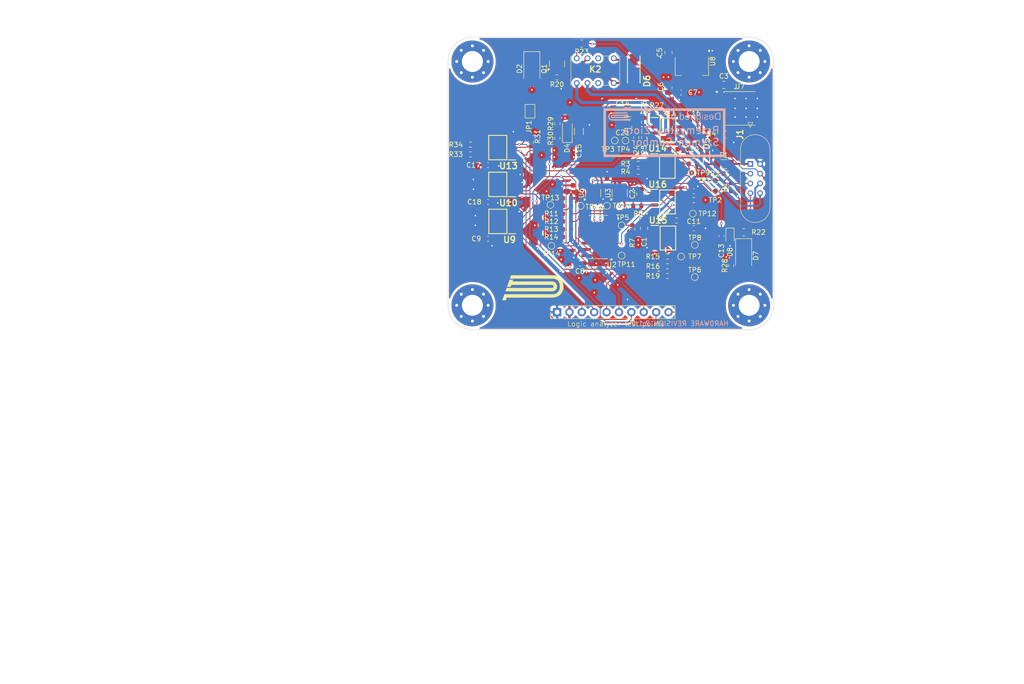
<source format=kicad_pcb>
(kicad_pcb (version 20240108) (generator "pcbnew") (generator_version "8.0")
  (title_block (rev "${REVISION}") (company "Author:") (comment 1 "Reviewer:"))
  (layers (0 "F.Cu" signal) (1 "In1.Cu" signal) (2 "In2.Cu" signal) (31 "B.Cu" signal) (34 "B.Paste" user) (35 "F.Paste" user) (36 "B.SilkS" user "B.Silkscreen") (37 "F.SilkS" user "F.Silkscreen") (38 "B.Mask" user) (39 "F.Mask" user) (44 "Edge.Cuts" user))
  (property "REVISION" "1.0")
  (net 0 "")
  (net 1 "Net-(U15A--)")
  (net 2 "GND")
  (net 3 "Net-(U16A--)")
  (net 4 "+24V")
  (net 5 "+12V")
  (net 6 "+5V")
  (net 7 "/NMOS_IN")
  (net 8 "Net-(U1A--)")
  (net 9 "Net-(D4-A)")
  (net 10 "Net-(D6-A)")
  (net 11 "/Q_DFF")
  (net 12 "Net-(J1-Pin_1)")
  (net 13 "SDC_IN")
  (net 14 "RESET")
  (net 15 "COCKPIT_LED")
  (net 16 "IMD_OK_HS")
  (net 17 "SDC_OUT")
  (net 18 "IMD_PWM_LS")
  (net 20 "Net-(K2-Pad4)")
  (net 22 "Net-(U14A--)")
  (net 23 "OK_HS_TTL")
  (net 24 "PWM_TTL")
  (net 25 "Net-(R7-Pad2)")
  (net 26 "Net-(U3-Q)")
  (net 27 "Net-(R10-Pad2)")
  (net 28 "Net-(U16A-+)")
  (net 29 "Net-(R11-Pad1)")
  (net 30 "Net-(U16B--)")
  (net 31 "Net-(R13-Pad1)")
  (net 32 "Net-(U15A-+)")
  (net 33 "Net-(U15B--)")
  (net 34 "Net-(U6-D)")
  (net 35 "DUTY_OK")
  (net 36 "Net-(U1A-+)")
  (net 37 "Net-(U13A-D)")
  (net 38 "Net-(U2-Pad4)")
  (net 39 "Net-(U3-D)")
  (net 40 "PWM_FREQ_OK")
  (net 41 "/DUTY&FREQ_OK")
  (net 46 "Net-(U13B-~{R})")
  (net 47 "Net-(U13B-~{S})")
  (net 56 "/~{CLR}")
  (net 57 "Net-(D2-K)")
  (net 58 "Net-(D7-A)")
  (net 59 "EXT_RESET")
  (footprint "Samacsys:SOIC127P600X175-8N" (layer "F.Cu") (at 156 94.8)
    (property "Reference" "U16")
    (property "Value" "LM393" (hide yes))
  )
  (footprint "Package_TO_SOT_SMD:SOT-23" (layer "F.Cu") (at 133.35 66.4625 90)
    (property "Reference" "Q1")
    (property "Value" "2N7002")
  )
  (footprint "Package_TO_SOT_SMD:SOT-23-5" (layer "F.Cu") (at 140.749999 93 90)
    (property "Reference" "U6")
    (property "Value" "74LVC1G79")
  )
  (footprint "Capacitor_SMD:C_0805_2012Metric" (layer "F.Cu") (at 156.2 64.15 -90)
    (property "Reference" "C5")
    (property "Value" "1u/35V")
  )
  (footprint "Resistor_SMD:R_0603_1608Metric" (layer "F.Cu") (at 153.825 76.4 180)
    (property "Reference" "R27")
    (property "Value" "20k")
  )
  (footprint "Samacsys:SOP65P640X120-14N" (layer "F.Cu") (at 121.215 98.8 180)
    (property "Reference" "U9")
    (property "Value" "74HCS32" (hide yes))
  )
  (footprint "TestPoint:TestPoint_Pad_D1.0mm" (layer "F.Cu") (at 161.6 110.2)
    (property "Reference" "TP6")
    (property "Value" "TestPoint_Small")
  )
  (footprint "Resistor_SMD:R_0805_2012Metric" (layer "F.Cu") (at 138.4 62.34 180)
    (property "Reference" "R23")
    (property "Value" "33R")
  )
  (footprint "Resistor_SMD:R_0603_1608Metric" (layer "F.Cu") (at 149.8 95.6 180)
    (property "Reference" "R8")
    (property "Value" "47K")
  )
  (footprint "Resistor_SMD:R_0603_1608Metric" (layer "F.Cu") (at 161.4 94.4 180)
    (property "Reference" "R17" (hide yes))
    (property "Value" "2.2K")
  )
  (footprint "Resistor_SMD:R_0603_1608Metric" (layer "F.Cu") (at 115.6 83.049999)
    (property "Reference" "R34")
    (property "Value" "10k")
  )
  (footprint "Resistor_SMD:R_0603_1608Metric" (layer "F.Cu") (at 115.6 85.05 180)
    (property "Reference" "R33")
    (property "Value" "10k")
  )
  (footprint "Capacitor_SMD:C_0603_1608Metric" (layer "F.Cu") (at 137.4 91.4 180)
    (property "Reference" "C20" (hide yes))
    (property "Value" "100nF/35V")
  )
  (footprint "Resistor_SMD:R_0603_1608Metric" (layer "F.Cu") (at 133.438477 81.755001 -90)
    (property "Reference" "R30")
    (property "Value" "100K")
  )
  (footprint "Resistor_SMD:R_0603_1608Metric" (layer "F.Cu") (at 135.4 102 180)
    (property "Reference" "R14")
    (property "Value" "0k")
  )
  (footprint "Capacitor_SMD:C_0603_1608Metric" (layer "F.Cu") (at 138.042898 107.4175 180)
    (property "Reference" "C8")
    (property "Value" "100nF/35V")
  )
  (footprint "Resistor_SMD:R_0603_1608Metric" (layer "F.Cu") (at 135.4 100.4)
    (property "Reference" "R13")
    (property "Value" "33K")
  )
  (footprint "Resistor_SMD:R_0603_1608Metric" (layer "F.Cu") (at 135.4 97.2)
    (property "Reference" "R11")
    (property "Value" "14.3k")
  )
  (footprint "TestPoint:TestPoint_Pad_D1.0mm" (layer "F.Cu") (at 143.6 95.6)
    (property "Reference" "TP10")
    (property "Value" "TestPoint_Small")
  )
  (footprint "Resistor_SMD:R_0603_1608Metric" (layer "F.Cu") (at 128 82.6 -90)
    (property "Reference" "R31")
    (property "Value" "10k")
  )
  (footprint "TestPoint:TestPoint_Pad_D1.0mm" (layer "F.Cu") (at 138.2 95.6)
    (property "Reference" "TP15")
    (property "Value" "TestPoint_Small")
  )
  (footprint "Diode_SMD:D_SOD-123F" (layer "F.Cu") (at 135.458478 80.4 90)
    (property "Reference" "D4")
    (property "Value" "SD103BW")
  )
  (footprint "Resistor_SMD:R_0603_1608Metric" (layer "F.Cu") (at 161.212 87 180)
    (property "Reference" "R6" (hide yes))
    (property "Value" "2.2K")
  )
  (footprint "Jumper:SolderJumper-2_P1.3mm_Open_Pad1.0x1.5mm" (layer "F.Cu") (at 127.8 76.2 90)
    (property "Reference" "JP1")
    (property "Value" "Output_Jumper")
  )
  (footprint "Capacitor_SMD:C_0805_2012Metric" (layer "F.Cu") (at 167.816 80.948)
    (property "Reference" "C4")
    (property "Value" "1u/35V")
  )
  (footprint "TestPoint:TestPoint_Pad_D1.0mm" (layer "F.Cu") (at 132.2 103.8)
    (property "Reference" "TP14")
    (property "Value" "TestPoint_Small")
  )
  (footprint "TestPoint:TestPoint_Pad_D1.0mm" (layer "F.Cu") (at 165.8 90.4)
    (property "Reference" "TP1")
    (property "Value" "TestPoint_Small")
  )
  (footprint "Capacitor_SMD:C_0603_1608Metric" (layer "F.Cu") (at 158.775 72.35 180)
    (property "Reference" "C7")
    (property "Value" "100nF/35V")
  )
  (footprint "Fuse:Fuse_1206_3216Metric" (layer "F.Cu") (at 167.562 87.044)
    (property "Reference" "F1")
    (property "Value" "500mA")
  )
  (footprint "Diode_SMD:D_SOD-323" (layer "F.Cu") (at 168.832 101.776 -90)
    (property "Reference" "D8")
    (property "Value" "SD05_01FTG")
  )
  (footprint "Resistor_SMD:R_0603_1608Metric" (layer "F.Cu") (at 169.086 91.8 -90)
    (property "Reference" "R1")
    (property "Value" "2.2K")
  )
  (footprint "Resistor_SMD:R_0603_1608Metric" (layer "F.Cu") (at 169.086 107.872 -90)
    (property "Reference" "R28")
    (property "Value" "10k")
  )
  (footprint "Connector_PinHeader_2.54mm:PinHeader_1x10_P2.54mm_Vertical" (layer "F.Cu") (at 133.36 117.4 90)
    (property "Reference" "REF**" (hide yes))
    (property "Value" "PinHeader_1x10_P2.54mm_Vertical")
  )
  (footprint "TestPoint:TestPoint_Pad_D1.0mm" (layer "F.Cu") (at 146.6 99.6)
    (property "Reference" "TP5")
    (property "Value" "TestPoint_Small")
  )
  (footprint "Resistor_SMD:R_0603_1608Metric" (layer "F.Cu") (at 150 88.6 180)
    (property "Reference" "R4")
    (property "Value" "3k")
  )
  (footprint "Samacsys:SOD2613X114N" (layer "F.Cu") (at 164.006 86.028 -90)
    (property "Reference" "D5")
    (property "Value" "SD24-01FTG" (hide yes))
  )
  (footprint "MountingHole:MountingHole_4.3mm_M4_Pad_Via" (layer "F.Cu") (at 116 66)
    (property "Reference" "REF**" (hide yes))
    (property "Value" "MountingHole_4.3mm_M4_Pad_Via")
  )
  (footprint "Package_TO_SOT_SMD:TO-252-3_TabPin2" (layer "F.Cu") (at 170.864 75.614)
    (property "Reference" "U7")
    (property "Value" "MC78M12CDTG")
  )
  (footprint "Capacitor_SMD:C_1206_3216Metric" (layer "F.Cu") (at 147.8 76.4)
    (property "Reference" "C14")
    (property "Value" "22u")
  )
  (footprint "Samacsys:SOIC127P600X175-8N" (layer "F.Cu") (at 156.089 102.2)
    (property "Reference" "U15")
    (property "Value" "LM393" (hide yes))
  )
  (footprint "Capacitor_SMD:C_0603_1608Metric" (layer "F.Cu") (at 161.212 85.4)
    (property "Reference" "C10")
    (property "Value" "100nF/35V")
  )
  (footprint "MountingHole:MountingHole_4.3mm_M4_Pad_Via" (layer "F.Cu") (at 116 116)
    (property "Reference" "REF**" (hide yes))
    (property "Value" "MountingHole_4.3mm_M4_Pad_Via")
  )
  (footprint "Resistor_SMD:R_0603_1608Metric" (layer "F.Cu") (at 156 110)
    (property "Reference" "R19")
    (property "Value" "100R")
  )
  (footprint "TestPoint:TestPoint_Pad_D1.0mm" (layer "F.Cu") (at 145.2 82.2)
    (property "Reference" "TP3")
    (property "Value" "TestPoint_Small")
  )
  (footprint "TestPoint:TestPoint_Pad_D1.0mm" (layer "F.Cu") (at 146.6 105.8)
    (property "Reference" "TP11")
    (property "Value" "TestPoint_Small")
  )
  (footprint "TestPoint:TestPoint_Pad_D1.0mm" (layer "F.Cu") (at 161.6 103.6)
    (property "Reference" "TP8")
    (property "Value" "TestPoint_Small")
  )
  (footprint "TestPoint:TestPoint_Pad_D1.0mm" (layer "F.Cu") (at 161.2 97.2)
    (property "Reference" "TP12")
    (property "Value" "TestPoint_Small")
  )
  (footprint "Diode_SMD:D_SMA" (layer "F.Cu") (at 128.192 67.486 -90)
    (property "Reference" "D2")
    (property "Value" "SK14")
  )
  (footprint "Capacitor_SMD:C_0603_1608Metric" (layer "F.Cu") (at 119.200001 94.800001)
    (property "Reference" "C18")
    (property "Value" "100nF/35V")
  )
  (footprint "Capacitor_SMD:C_0603_1608Metric_Pad1.08x0.95mm_HandSolder" (layer "F.Cu") (at 167.054 101.776 -90)
    (property "Reference" "C13")
    (property "Value" "100nF")
  )
  (footprint "MountingHole:MountingHole_4.3mm_M4_Pad_Via" (layer "F.Cu") (at 172.75 66)
    (property "Reference" "REF**" (hide yes))
    (property "Value" "MountingHole_4.3mm_M4_Pad_Via")
  )
  (footprint "Capacitor_SMD:C_0805_2012Metric" (layer "F.Cu") (at 156.2 71.4 -90)
    (property "Reference" "C6")
    (property "Value" "1u/35V")
  )
  (footprint "Capacitor_SMD:C_0805_2012Metric" (layer "F.Cu") (at 167.562 70.788)
    (property "Reference" "C3")
    (property "Value" "1u/35V")
  )
  (footprint "TestPoint:TestPoint_Pad_D1.0mm" (layer "F.Cu") (at 158.8 106)
    (property "Reference" "TP7")
    (property "Value" "TestPoint_Small")
  )
  (footprint "TestPoint:TestPoint_Pad_D1.0mm" (layer "F.Cu") (at 132 95.4)
    (property "Reference" "TP13")
    (property "Value" "TestPoint_Small")
  )
  (footprint "Capacitor_SMD:C_0603_1608Metric" (layer "F.Cu") (at 143.6 90.8 90)
    (property "Reference" "C19" (hide yes))
    (property "Value" "100nF/35V")
  )
  (footprint "TestPoint:TestPoint_Pad_D1.0mm" (layer "F.Cu") (at 160.958 88.822)
    (property "Reference" "TP9")
    (property "Value" "TestPoint_Small")
  )
  (footprint "Capacitor_SMD:C_0603_1608Metric" (layer "F.Cu") (at 119.2 87.25)
    (property "Reference" "C17")
    (property "Value" "100nF/35V")
  )
  (footprint "Resistor_SMD:R_0603_1608Metric" (layer "F.Cu") (at 157.2 84 180)
    (property "Reference" "R5" (hide yes))
    (property "Value" "2.2K")
  )
  (footprint "footprints:M80-50008YY_2" (layer "F.Cu") (at 173 87 -90)
    (property "Reference" "J1")
    (property "Value" "Main- M80-5000842" (hide yes))
  )
  (footprint "Resistor_SMD:R_0603_1608Metric" (layer "F.Cu") (at 168.324 89)
    (property "Reference" "R2")
    (property "Value" "2.2K")
  )
  (footprint "Resistor_SMD:R_0603_1608Metric" (layer "F.Cu") (at 135.4 95.6 180)
    (property "Reference" "R10" (hide yes))
    (property "Value" "100k")
  )
  (footprint "Samacsys:SOIC127P600X175-8N" (layer "F.Cu") (at 155.978 87.505)
    (property "Reference" "U14")
    (property "Value" "LM393" (hide yes))
  )
  (footprint "Samacsys:DIOM5226X244N" (layer "F.Cu") (at 149.085 67.785001 -90)
    (property "Reference" "D6")
    (property "Value" "SK36A-LTP" (hide yes))
  )
  (footprint "Resistor_SMD:R_0603_1608Metric" (layer "F.Cu") (at 156 108 180)
    (property "Reference" "R16")
    (property "Value" "5k")
  )
  (footprint "TestPoint:TestPoint_Pad_D1.0mm" (layer "F.Cu") (at 147.4 82.2)
    (property "Reference" "TP4")
    (property "Value" "TestPoint_Small")
  )
  (footprint "Capacitor_SMD:C_0805_2012Metric" (layer "F.Cu") (at 150.44 93.165 90)
    (property "Reference" "C2")
    (property "Value" "1u/35V")
  )
  (footprint "Resistor_SMD:R_0805_2012Metric" (layer "F.Cu") (at 171.626 101.014)
    (property "Reference" "R22")
    (property "Value" "33R")
  )
  (footprint "Package_TO_SOT_SMD:SOT-23-5" (layer "F.Cu") (at 146.2 93 90)
    (property "Reference" "U3")
    (property "Value" "74LVC1G79")
  )
  (footprint "Package_SO:SOIC-14_3.9x8.7mm_P1.27mm" (layer "F.Cu") (at 141.8 102 180)
    (property "Reference" "U2")
    (property "Value" "74AC04SC")
  )
  (footprint "footprints:IM23TS" (layer "F.Cu") (at 141.2 67.6 180)
    (property "Reference" "K2")
    (property "Value" "TE AXICOM IM07DTS" (hide yes))
  )
  (footprint "Resistor_SMD:R_0603_1608Metric" (layer "F.Cu") (at 148.8 100.4 90)
    (property "Reference" "R7")
    (property "Value" "47K")
  )
  (footprint "Capacitor_SMD:C_0805_2012Metric" (layer "F.Cu") (at 151.2 100.2 90)
    (property "Reference" "C1")
    (property "Value" "1u/35V")
  )
  (footprint "Resistor_SMD:R_0603_1608Metric" (layer "F.Cu") (at 133.438478 78.755001 -90)
    (property "Reference" "R29")
    (property "Value" "2.2K")
  )
  (footprint "Capacitor_SMD:C_0603_1608Metric" (layer "F.Cu") (at 161.4 78)
    (property "Reference" "C16")
    (property "Value" "100nF/35V")
  )
  (footprint "Resistor_SMD:R_0603_1608Metric" (layer "F.Cu") (at 149.6 81.6 90)
    (property "Reference" "R24")
    (property "Value" "20k")
  )
  (footprint "MountingHole:MountingHole_4.3mm_M4_Pad_Via" (layer "F.Cu") (at 172.75 116)
    (property "Reference" "REF**" (hide yes))
    (property "Value" "MountingHole_4.3mm_M4_Pad_Via")
  )
  (footprint "Capacitor_SMD:C_0603_1608Metric" (layer "F.Cu") (at 161.4 100.2)
    (property "Reference" "C11")
    (property "Value" "100nF/35V")
  )
  (footprint "Resistor_SMD:R_0603_1608Metric" (layer "F.Cu") (at 156 106)
    (property "Reference" "R15")
    (property "Value" "2.7k")
  )
  (footprint "Resistor_SMD:R_0603_1608Metric" (layer "F.Cu") (at 151.2 78.4 90)
    (property "Reference" "R26")
    (property "Value" "120k")
  )
  (footprint "Samacsys:SOIC127P600X175-8N" (layer "F.Cu") (at 156.089 80.05)
    (property "Reference" "U1")
    (property "Value" "LM393" (hide yes))
  )
  (footprint "Resistor_SMD:R_0603_1608Metric" (layer "F.Cu") (at 150 87)
    (property "Reference" "R3")
    (property "Value" "22k")
  )
  (footprint "Samacsys:SOP65P640X120-14N" (layer "F.Cu") (at 121.2 91.2 180)
    (property "Reference" "U10")
    (property "Value" "74HCS08" (hide yes))
  )
  (footprint "Capacitor_SMD:C_1206_3216Metric" (layer "F.Cu") (at 147.8 78.8)
    (property "Reference" "C21")
    (property "Value" "TBD")
  )
  (footprint "Resistor_SMD:R_0603_1608Metric" (layer "F.Cu") (at 135.4 98.8 180)
    (property "Reference" "R12")
    (property "Value" "150K")
  )
  (footprint "Package_TO_SOT_SMD:SOT-223-3_TabPin2" (layer "F.Cu") (at 161 66.95 -90)
    (property "Reference" "U8")
    (property "Value" "LM1117IMP-5.0")
  )
  (footprint "Diode_SMD:D_SMA" (layer "F.Cu") (at 171.626 105.84 -90)
    (property "Reference" "D7")
    (property "Value" "SK14")
  )
  (footprint "Capacitor_SMD:C_1206_3216Metric" (layer "F.Cu") (at 137.838478 80.354999 90)
    (property "Reference" "C15")
    (property "Value" "10u")
  )
  (footprint "Capacitor_SMD:C_0603_1608Metric" (layer "F.Cu") (at 161.4 92.6)
    (property "Reference" "C12" (hide yes))
    (property "Value" "100nF/35V")
  )
  (footprint "Capacitor_SMD:C_0603_1608Metric" (layer "F.Cu") (at 119.200001 102.350001)
    (property "Reference" "C9")
    (property "Value" "100nF/35V")
  )
  (footprint "Resistor_SMD:R_0603_1608Metric" (layer "F.Cu") (at 157.825 98.6 180)
    (property "Reference" "R18" (hide yes))
    (property "Value" "10k")
  )
  (footprint "Logos:PUTM_LOGO_15mm" (layer "F.Cu") (at 128.017394 112.262137)
    (property "Reference" "G***" (hide yes))
    (property "Value" "LOGO" (hide yes))
  )
  (footprint "Samacsys:SOP65P640X120-14N" (layer "F.Cu") (at 121.2 83.65 180)
    (property "Reference" "U13")
    (property "Value" "74HC74" (hide yes))
  )
  (footprint "Resistor_SMD:R_0603_1608Metric" (layer "F.Cu") (at 135.4 94.06)
    (property "Reference" "R9" (hide yes))
    (property "Value" "300K")
  )
  (footprint "Resistor_SMD:R_0603_1608Metric" (layer "F.Cu") (at 133.35 69.2625 180)
    (property "Reference" "R20")
    (property "Value" "10k")
  )
  (footprint "Resistor_SMD:R_0603_1608Metric" (layer "F.Cu") (at 151.2 81.6 -90)
    (property "Reference" "R25")
    (property "Value" "30k")
  )
  (footprint "TestPoint:TestPoint_Pad_D1.0mm" (layer "F.Cu") (at 165.8 92.6)
    (property "Reference" "TP2")
    (property "Value" "TestPoint_Small")
  )
  (footprint "Logos:SignatureBox25mm" (layer "B.Cu") (at 155.4 80.6 180)
    (property "Reference" "G***" (hide yes))
    (property "Value" "LOGO" (hide yes))
  )
  (gr_line (start 177.75 116) (end 177.75 66) (stroke (width 0.1)) (layer "Edge.Cuts"))
  (gr_arc (start 172.75 61) (mid 176.285534 62.464466) (end 177.75 66) (stroke (width 0.1)) (layer "Edge.Cuts"))
  (gr_line (start 172.75 61) (end 116 61) (stroke (width 0.1)) (layer "Edge.Cuts"))
  (gr_arc (start 177.75 116) (mid 176.285534 119.535534) (end 172.75 121) (stroke (width 0.1)) (layer "Edge.Cuts"))
  (gr_arc (start 111 66) (mid 112.464466 62.464466) (end 116 61) (stroke (width 0.1)) (layer "Edge.Cuts"))
  (gr_arc (start 116 121) (mid 112.464466 119.535534) (end 111 116) (stroke (width 0.1)) (layer "Edge.Cuts"))
  (gr_line (start 116 121) (end 172.75 121) (stroke (width 0.1)) (layer "Edge.Cuts"))
  (gr_line (start 111 116) (end 111 66) (stroke (width 0.1)) (layer "Edge.Cuts"))
  (gr_text "HARDWARE REVISION 2.1.0" (at 148.512 120.318 0) (layer "B.SilkS") (effects (font (size 1 1)) (justify right bottom mirror)))
  (gr_text "Przemysław Zioła\nSzymon Sambor" (at 166.8 83.4 0) (layer "B.SilkS") (effects (font (size 1.5 1.5) (thickness 0.2)) (justify left bottom mirror)))
  (gr_text "Logic analyzer test points" (at 135.4 120.4 0) (layer "F.SilkS") (effects (font (size 1 1) (thickness 0.1)) (justify left bottom)))
  (segment (start 153.378 101.565) (end 151.190001 101.565) (width 0.2) (layer "F.Cu") (net 1))
  (segment (start 154.565 101.565) (end 153.378 101.565) (width 0.2) (layer "F.Cu") (net 1))
  (segment (start 158.8 104.105) (end 157.105 104.105) (width 0.2) (layer "F.Cu") (net 1))
  (segment (start 158.8 104.105) (end 158.8 105.6) (width 0.2) (layer "F.Cu") (net 1))
  (segment (start 151.190001 101.565) (end 151 101.374999) (width 0.2) (layer "F.Cu") (net 1))
  (segment (start 157.105 104.105) (end 154.565 101.565) (width 0.2) (layer "F.Cu") (net 1))
  (segment (start 151 101.374999) (end 148.949999 101.374999) (width 0.2) (layer "F.Cu") (net 1))
  (segment (start 168.511999 70.788) (end 169.086 70.788) (width 0.4) (layer "F.Cu") (net 2))
  (segment (start 119.975 87.25) (end 121.25 87.25) (width 0.4) (layer "F.Cu") (net 2))
  (segment (start 116.8 90) (end 116.9 89.9) (width 0.2) (layer "F.Cu") (net 2))
  (segment (start 135.6 103.2) (end 136.225 102.575) (width 0.2) (layer "F.Cu") (net 2))
  (segment (start 137.267898 105.732102) (end 137.267898 105.622103) (width 0.4) (layer "F.Cu") (net 2))
  (segment (start 151 98.8) (end 150.4 98.2) (width 0.2) (layer "F.Cu") (net 2))
  (segment (start 138 102) (end 139.325 102) (width 0.2) (layer "F.Cu") (net 2))
  (segment (start 151.2 77.2) (end 150.6 76.6) (width 0.4) (layer "F.Cu") (net 2))
  (segment (start 124.138 80.662) (end 124.4 80.4) (width 0.4) (layer "F.Cu") (net 2))
  (segment (start 134.6 91.4) (end 134.4 91.6) (width 0.4) (layer "F.Cu") (net 2))
  (segment (start 162.175 100.2) (end 163.8 100.2) (width 0.4) (layer "F.Cu") (net 2))
  (segment (start 116.8 90.4) (end 116.8 90.2) (width 0.2) (layer "F.Cu") (net 2))
  (segment (start 119.975001 103.775001) (end 120 103.8) (width 0.4) (layer "F.Cu") (net 2))
  (segment (start 125.2 98.8) (end 125.6 98.4) (width 0.2) (layer "F.Cu") (net 2))
  (segment (start 154.4 110) (end 154.2 109.8) (width 0.4) (layer "F.Cu") (net 2))
  (segment (start 144.275 98.19) (end 145.99 98.19) (width 0.4) (layer "F.Cu") (net 2))
  (segment (start 137.8 101.8) (end 138 102) (width 0.2) (layer "F.Cu") (net 2))
  (segment (start 164.006 84.878) (end 164.648 84.878) (width 0.4) (layer "F.Cu") (net 2))
  (segment (start 116.95 90.55) (end 116.8 90.4) (width 0.2) (layer "F.Cu") (net 2))
  (segment (start 125.55 96.85) (end 125.6 96.8) (width 0.4) (layer "F.Cu") (net 2))
  (segment (start 116.7 97.5) (end 116.6 97.6) (width 0.4) (layer "F.Cu") (net 2))
  (segment (start 116.8 92.2) (end 116.4 92.2) (width 0.2) (layer "F.Cu") (net 2))
  (segment (start 149.015001 92.215001) (end 149 92.2) (width 0.4) (layer "F.Cu") (net 2))
  (segment (start 116.95 91.85) (end 118.262 91.85) (width 0.2) (layer "F.Cu") (net 2))
  (segment (start 118.262 90.55) (end 116.95 90.55) (width 0.2) (layer "F.Cu") (net 2))
  (segment (start 116.8 92.4) (end 116.8 92.2) (width 0.2) (layer "F.Cu") (net 2))
  (segment (start 170.449 77.299) (end 170.449 77.139) (width 0.4) (layer "F.Cu") (net 2))
  (segment (start 121.25 87.25) (end 121.4 87.4) (width 0.4) (layer "F.Cu") (net 2))
  (segment (start 167.241499 102.826) (end 167.054 102.638501) (width 0.4) (layer "F.Cu") (net 2))
  (segment (start 153.378 104.105) (end 151.895 104.105) (width 0.4) (layer "F.Cu") (net 2))
  (segment (start 138.350001 104.54) (end 139.325 104.54) (width 0.4) (layer "F.Cu") (net 2))
  (segment (start 156.2 65.099999) (end 154.700001 65.099999) (width 0.4) (layer "F.Cu") (net 2))
  (segment (start 150.8 83.4) (end 150.8 82.825) (width 0.4) (layer "F.Cu") (net 2))
  (segment (start 119.5 84.3) (end 119.75 84.55) (width 0.2) (layer "F.Cu") (net 2))
  (segment (start 118.277 98.15) (end 118.277 97.5) (width 0.4) (layer "F.Cu") (net 2))
  (segment (start 136.6 103) (end 136.225 102.625) (width 0.4) (layer "F.Cu") (net 2))
  (segment (start 147.149999 94.1375) (end 147.149999 95.749999) (width 0.4) (layer "F.Cu") (net 2))
  (segment (start 125.75 89.25) (end 125.8 89.2) (width 0.4) (layer "F.Cu") (net 2))
  (segment (start 119.75 84.15) (end 119.25 83.65) (width 0.2) (layer "F.Cu") (net 2))
  (segment (start 125.35 90.55) (end 124.138 90.55) (width 0.2) (layer "F.Cu") (net 2))
  (segment (start 125.4 91.2) (end 125.6 91) (width 0.2) (layer "F.Cu") (net 2))
  (segment (start 124.153 96.85) (end 125.55 96.85) (width 0.4) (layer "F.Cu") (net 2))
  (segment (start 137.8 100.010001) (end 137.8 101.8) (width 0.2) (layer "F.Cu") (net 2))
  (segment (start 137.267898 105.622103) (end 137.745001 105.145001) (width 0.4) (layer "F.Cu") (net 2))
  (segment (start 116.75 99.45) (end 116.6 99.6) (width 0.4) (layer "F.Cu") (net 2))
  (segment (start 155.175 110) (end 154.4 110) (width 0.4) (layer "F.Cu") (net 2))
  (segment (start 116.4 92.2) (end 116.2 92.2) (width 0.2) (layer "F.Cu") (net 2))
  (segment (start 118.277 99.45) (end 118.277 100.1) (width 0.4) (layer "F.Cu") (net 2))
  (segment (start 134.175 69.2625) (end 134.175 67.525) (width 0.4) (layer "F.Cu") (net 2))
  (segment (start 151.845 81.955) (end 153.378 81.955) (width 0.4) (layer "F.Cu") (net 2))
  (segment (start 134.175 67.525) (end 134.3 67.4) (width 0.4) (layer "F.Cu") (net 2))
  (segment (start 158 72.35) (end 156.2 72.349999) (width 0.4) (layer "F.Cu") (net 2))
  (segment (start 158 73.4) (end 158.4 73.8) (width 0.4) (layer "F.Cu") (net 2))
  (segment (start 153.289 96.705) (end 152.295 96.705) (width 0.2) (layer "F.Cu") (net 2))
  (segment (start 124.153 98.8) (end 125.2 98.8) (width 0.2) (layer "F.Cu") (net 2))
  (segment (start 134.175 71.575) (end 134.2 71.6) (width 0.4) (layer "F.Cu") (net 2))
  (segment (start 118.277 99.45) (end 116.75 99.45) (width 0.4) (layer "F.Cu") (net 2))
  (segment (start 154.700001 65.099999) (end 154.6 65.2) (width 0.4) (layer "F.Cu") (net 2))
  (segment (start 151.2 77.575) (end 151.2 77.2) (width 0.4) (layer "F.Cu") (net 2))
  (segment (start 148.8 88.6) (end 148 87.8) (width 0.4) (layer "F.Cu") (net 2))
  (segment (start 139.325 99.46) (end 138.350001 99.46) (width 0.2) (layer "F.Cu") (net 2))
  (segment (start 125.25 98.4) (end 125 98.15) (width 0.2) (layer "F.Cu") (net 2))
  (segment (start 168.832 102.826) (end 167.241499 102.826) (width 0.4) (layer "F.Cu") (net 2))
  (segment (start 116.8 92.2) (end 116.8 92) (width 0.2) (layer "F.Cu") (net 2))
  (segment (start 149.175 88.6) (end 148.8 88.6) (width 0.4) (layer "F.Cu") (net 2))
  (segment (start 121.000001 94.800001) (end 121.2 95) (width 0.4) (layer "F.Cu") (net 2))
  (segment (start 116.9 92.5) (end 116.8 92.4) (width 0.2) (layer "F.Cu") (net 2))
  (segment (start 119.975 84.775) (end 119.975 87.25) (width 0.4) (layer "F.Cu") (net 2))
  (segment (start 116.8 90.2) (end 116.4 90.2) (width 0.2) (layer "F.Cu") (net 2))
  (segment (start 125 98.15) (end 124.153 98.15) (width 0.2) (layer "F.Cu") (net 2))
  (segment (start 125.6 98.4) (end 125.25 98.4) (width 0.2) (layer "F.Cu") (net 2))
  (segment (start 116.4 90.2) (end 116.2 90.2) (width 0.2) (layer "F.Cu") (net 2))
  (segment (start 142.7375 94.1375) (end 142.8 94.2) (width 0.4) (layer "F.Cu") (net 2))
  (segment (start 162.175 78) (end 162.175 79.425) (width 0.4) (layer "F.Cu") (net 2))
  (segment (start 162.175 91.625) (end 162.2 91.6) (width 0.4) (layer "F.Cu") (net 2))
  (segment (start 141.699998 94.1375) (end 142.7375 94.1375) (width 0.4) (layer "F.Cu") (net 2))
  (segment (start 162.175 92.6) (end 162.175 91.625) (width 0.4) (layer "F.Cu") (net 2))
  (segment (start 119.975001 102.350001) (end 119.975001 103.775001) (width 0.4) (layer "F.Cu") (net 2))
  (segment (start 161.212 84.504) (end 161.987 85.279) (width 0.4) (layer "F.Cu") (net 2))
  (segment (start 150.44 92.215001) (end 149.015001 92.215001) (width 0.4) (layer "F.Cu") (net 2))
  (segment (start 125.6 90.8) (end 125.35 90.55) (width 0.2) (layer "F.Cu") (net 2))
  (segment (start 119.975001 94.800001) (end 121.000001 94.800001) (width 0.4) (layer "F.Cu") (net 2))
  (segment (start 152.295 96.705) (end 151.8 97.2) (width 0.2) (layer "F.Cu") (net 2))
  (segment (start 150.8 82.825) (end 151.2 82.425) (width 0.4) (layer "F.Cu") (net 2))
  (segment (start 136.225 102.625) (end 136.225 102.575) (width 0.4) (layer "F.Cu") (net 2))
  (segment (start 158 72.35) (end 158 73.4) (width 0.4) (layer "F.Cu") (net 2))
  (segment (start 119.75 84.55) (end 119.975 84.775) (width 0.4) (layer "F.Cu") (net 2))
  (segment (start 125.6 98.4) (end 125.6 96.8) (width 0.2) (layer "F.Cu") (net 2))
  (segment (start 136.625 91.4) (end 134.6 91.4) (width 0.4) (layer "F.Cu") (net 2))
  (segment (start 124.138 81.7) (end 124.138 80.662) (width 0.4) (layer "F.Cu") (net 2))
  (segment (start 169.333 92.625) (end 170.356 93.648) (width 0.4) (layer "F.Cu") (net 2))
  (segment (start 151.895 104.105) (end 151.8 104.2) (width 0.4) (layer "F.Cu") (net 2))
  (segment (start 151.375 82.425) (end 151.845 81.955) (width 0.4) (layer "F.Cu") (net 2))
  (segment (start 168.766 81.766) (end 169.6 82.6) (width 0.4) (layer "F.Cu") (net 2))
  (segment (start 124.138 91.2) (end 125.4 91.2) (width 0.2) (layer "F.Cu") (net 2))
  (segment (start 168.766 78.982) (end 170.449 77.299) (width 0.4) (layer "F.Cu") (net 2))
  (segment (start 118.277 97.5) (end 116.7 97.5) (width 0.4) (layer "F.Cu") (net 2))
  (segment (start 125.6 90.8) (end 126 90.8) (width 0.2) (layer "F.Cu") (net 2))
  (segment (start 169.086 70.788) (end 169.848 71.55) (width 0.4) (layer "F.Cu") (net 2))
  (segment (start 139.879998 78.879998) (end 140 79) (width 0.4) (layer "F.Cu") (net 2))
  (segment (start 147.149999 95.749999) (end 147.4 96) (width 0.4) (layer "F.Cu") (net 2))
  (segment (start 126 90.8) (end 126.2 90.8) (width 0.2) (layer "F.Cu") (net 2))
  (segment (start 164.648 84.878) (end 165.276 84.25) (width 0.4) (layer "F.Cu") (net 2))
  (segment (start 168.766 80.948) (end 168.766 78.982) (width 0.4) (layer "F.Cu") (net 2))
  (segment (start 168.832 102.826) (end 168.832 103.808) (width 0.4) (layer "F.Cu") (net 2))
  (segment (start 137.745001 103.745001) (end 137.745001 102.254999) (width 0.2) (layer "F.Cu") (net 2))
  (segment (start 137.267898 106.667898) (end 137.267898 107.4175) (width 0.4) (layer "F.Cu") (net 2))
  (segment (start 154.2 109.8) (end 154.2 109) (width 0.4) (layer "F.Cu") (net 2))
  (segment (start 137.267898 106.667898) (end 137.267898 105.732102) (width 0.4) (layer "F.Cu") (net 2))
  (segment (start 136.8 106.2) (end 137.267898 106.667898) (width 0.4) (layer "F.Cu") (net 2))
  (segment (start 152.39 89.41) (end 151.8 90) (width 0.4) (layer "F.Cu") (net 2))
  (segment (start 119.25 83.65) (end 118.262 83.65) (width 0.2) (layer "F.Cu") (net 2))
  (segment (start 168.766 80.948) (end 168.766 81.766) (width 0.4) (layer "F.Cu") (net 2))
  (segment (start 134.6 103.2) (end 135.6 103.2) (width 0.2) (layer "F.Cu") (net 2))
  (segment (start 162.175 79.425) (end 162 79.6) (width 0.4) (layer "F.Cu") (net 2))
  (segment (start 119.75 84.55) (end 119.75 84.15) (width 0.2) (layer "F.Cu") (net 2))
  (segment (start 145.99 98.19) (end 146 98.2) (width 0.4) (layer "F.Cu") (net 2))
  (segment (start 118.262 92.5) (end 116.9 92.5) (width 0.2) (layer "F.Cu") (net 2))
  (segment (start 137.745001 103.745001) (end 137.745001 105.145001) (width 0.2) (layer "F.Cu") (net 2))
  (segment (start 116.8 92) (end 116.95 91.85) (width 0.2) (layer "F.Cu") (net 2))
  (segment (start 151 99.475001) (end 151 98.8) (width 0.2) (layer "F.Cu") (net 2))
  (segment (start 118.262 84.3) (end 119.5 84.3) (width 0.2) (layer "F.Cu") (net 2))
  (segment (start 137.745001 102.254999) (end 138 102) (width 0.2) (layer "F.Cu") (net 2))
  (segment (start 136.8 106.2) (end 137.267898 105.732102) (width 0.4) (layer "F.Cu") (net 2))
  (segment (start 163.3 63.8) (end 165.2 63.8) (width 0.4) (layer "F.Cu") (net 2))
  (segment (start 153.267 89.41) (end 152.39 89.41) (width 0.4) (layer "F.Cu") (net 2))
  (segment (start 137.838478 78.879998) (end 139.879998 78.879998) (width 0.4) (layer "F.Cu") (net 2))
  (segment (start 143.6 90.025) (end 143.6 88.6) (width 0.4) (layer "F.Cu") (net 2))
  (segment (start 161.987 85.279) (end 161.987 85.4) (width 0.4) (layer "F.Cu") (net 2))
  (segment (start 116.9 89.9) (end 118.262 89.9) (width 0.2) (layer "F.Cu") (net 2))
  (segment (start 134.175 69.2625) (end 134.175 71.575) (width 0.4) (layer "F.Cu") (net 2))
  (segment (start 138.350001 99.46) (end 137.8 100.010001) (width 0.2) (layer "F.Cu") (net 2))
  (segment (start 116.8 90.2) (end 116.8 90) (width 0.2) (layer "F.Cu") (net 2))
  (segment (start 169.086 92.625) (end 169.333 92.625) (width 0.4) (layer "F.Cu") (net 2))
  (segment (start 124.138 89.25) (end 125.75 89.25) (width 0.4) (layer "F.Cu") (net 2))
  (segment (start 136.225 102) (end 136.225 102.575) (width 0.2) (layer "F.Cu") (net 2))
  (segment (start 125.6 91) (end 125.6 90.8) (width 0.2) (layer "F.Cu") (net 2))
  (segment (start 137.745001 105.145001) (end 138.350001 104.54) (width 0.4) (layer "F.Cu") (net 2))
  (via (at 174.42 77.392) (size 0.5) (drill 0.3) (layers "F.Cu" "B.Cu") (net 2))
  (via (at 169.848 75.614) (size 0.5) (drill 0.3) (layers "F.Cu" "B.Cu") (net 2))
  (via (at 134.6 103.2) (size 0.5) (drill 0.3) (layers "F.Cu" "B.Cu") (net 2))
  (via (at 172.134 73.582) (size 0.5) (drill 0.3) (layers "F.Cu" "B.Cu") (net 2))
  (via (at 150.8 83.4) (size 0.5) (drill 0.3) (layers "F.Cu" "B.Cu") (net 2))
  (via (at 125.6 96.8) (size 0.5) (drill 0.3) (layers "F.Cu" "B.Cu") (net 2))
  (via (at 162.2 91.6) (size 0.5) (drill 0.3) (layers "F.Cu" "B.Cu") (net 2))
  (via (at 120 103.8) (size 0.5) (drill 0.3) (layers "F.Cu" "B.Cu") (net 2))
  (via (at 129.4 104.4) (size 0.5) (drill 0.3) (layers "F.Cu" "B.Cu") (net 2))
  (via (at 125.8 89.2) (size 0.5) (drill 0.3) (layers "F.Cu" "B.Cu") (net 2))
  (via (at 136.8 106.2) (size 0.5) (drill 0.3) (layers "F.Cu" "B.Cu") (net 2))
  (via (at 126.2 90.8) (size 0.5) (drill 0.3) (layers "F.Cu" "B.Cu") (net 2))
  (via (at 158.4 73.8) (size 0.5) (drill 0.3) (layers "F.Cu" "B.Cu") (net 2))
  (via (at 142.8 94.2) (size 0.5) (drill 0.3) (layers "F.Cu" "B.Cu") (net 2))
  (via (at 169.848 73.582) (size 0.5) (drill 0.3) (layers "F.Cu" "B.Cu") (net 2))
  (via (at 169.848 71.55) (size 0.5) (drill 0.3) (layers "F.Cu" "B.Cu") (net 2))
  (via (at 172.134 75.614) (size 0.5) (drill 0.3) (layers "F.Cu" "B.Cu") (net 2))
  (via (at 154.6 65.2) (size 0.5) (drill 0.3) (layers "F.Cu" "B.Cu") (net 2))
  (via (at 169.6 82.6) (size 0.5) (drill 0.3) (layers "F.Cu" "B.Cu") (net 2))
  (via (at 168.832 103.808) (size 0.5) (drill 0.3) (layers "F.Cu" "B.Cu") (net 2))
  (via (at 147.8 114.8) (size 0.5) (drill 0.3) (layers "F.Cu" "B.Cu") (net 2))
  (via (at 124.4 80.4) (size 0.5) (drill 0.3) (layers "F.Cu" "B.Cu") (net 2))
  (via (at 149 92.2) (size 0.5) (drill 0.3) (layers "F.Cu" "B.Cu") (net 2))
  (via (at 162 79.6) (size 0.5) (drill 0.3) (layers "F.Cu" "B.Cu") (net 2))
  (via (at 134.2 71.6) (size 0.5) (drill 0.3) (layers "F.Cu" "B.Cu") (net 2))
  (via (at 169.848 77.392) (size 0.5) (drill 0.3) (layers "F.Cu" "B.Cu") (net 2))
  (via (at 116.6 99.6) (size 0.5) (drill 0.3) (layers "F.Cu" "B.Cu") (net 2))
  (via (at 121.2 95) (size 0.5) (drill 0.3) (layers "F.Cu" "B.Cu") (net 2))
  (via (at 150.4 98.2) (size 0.5) (drill 0.3) (layers "F.Cu" "B.Cu") (net 2))
  (via (at 134.4 91.6) (size 0.5) (drill 0.3) (layers "F.Cu" "B.Cu") (net 2))
  (via (at 116.2 92.2) (size 0.5) (drill 0.3) (layers "F.Cu" "B.Cu") (net 2))
  (via (at 143.4 109.4) (size 0.5) (drill 0.3) (layers "F.Cu" "B.Cu") (net 2))
  (via (at 151.8 97.2) (size 0.5) (drill 0.3) (layers "F.Cu" "B.Cu") (net 2))
  (via (at 148 87.8) (size 0.5) (drill 0.3) (layers "F.Cu" "B.Cu") (net 2))
  (via (at 143.6 88.6) (size 0.5) (drill 0.3) (layers "F.Cu" "B.Cu") (net 2))
  (via (at 140 79) (size 0.5) (drill 0.3) (layers "F.Cu" "B.Cu") (net 2))
  (via (at 161.212 84.504) (size 0.5) (drill 0.3) (layers "F.Cu" "B.Cu") (net 2))
  (via (at 151.8 90) (size 0.5) (drill 0.3) (layers "F.Cu" "B.Cu") (net 2))
  (via (at 154.2 109) (size 0.5) (drill 0.3) (layers "F.Cu" "B.Cu") (net 2))
  (via (at 146 98.2) (size 0.5) (drill 0.3) (layers "F.Cu" "B.Cu") (net 2))
  (via (at 172.134 77.392) (size 0.5) (drill 0.3) (layers "F.Cu" "B.Cu") (net 2))
  (via (at 165.276 84.25) (size 0.5) (drill 0.3) (layers "F.Cu" "B.Cu") (net 2))
  (via (at 174.42 73.582) (size 0.5) (drill 0.3) (layers "F.Cu" "B.Cu") (net 2))
  (via (at 163.8 100.2) (size 0.5) (drill 0.3) (layers "F.Cu" "B.Cu") (net 2))
  (via (at 174.42 75.614) (size 0.5) (drill 0.3) (layers "F.Cu" "B.Cu") (net 2))
  (via (at 170.356 93.648) (size 0.5) (drill 0.3) (layers "F.Cu" "B.Cu") (net 2))
  (via (at 137.745001 103.745001) (size 0.5) (drill 0.3) (layers "F.Cu" "B.Cu") (net 2))
  (via (at 150.6 76.6) (size 0.5) (drill 0.3) (layers "F.Cu" "B.Cu") (net 2))
  (via (at 121.4 87.4) (size 0.5) (drill 0.3) (layers "F.Cu" "B.Cu") (net 2))
  (via (at 136.6 103) (size 0.5) (drill 0.3) (layers "F.Cu" "B.Cu") (net 2))
  (via (at 134 109) (size 0.5) (drill 0.3) (layers "F.Cu" "B.Cu") (net 2))
  (via (at 116.2 90.2) (size 0.5) (drill 0.3) (layers "F.Cu" "B.Cu") (net 2))
  (via (at 147.4 96) (size 0.5) (drill 0.3) (layers "F.Cu" "B.Cu") (net 2))
  (via (at 151.8 104.2) (size 0.5) (drill 0.3) (layers "F.Cu" "B.Cu") (net 2))
  (via (at 165.2 63.8) (size 0.5) (drill 0.3) (layers "F.Cu" "B.Cu") (net 2))
  (via (at 116.6 97.6) (size 0.5) (drill 0.3) (layers "F.Cu" "B.Cu") (net 2))
  (segment (start 150.625 95.6) (end 150.625 94.299999) (width 0.2) (layer "F.Cu") (net 3))
  (segment (start 161.2 97.2) (end 159.206 97.2) (width 0.2) (layer "F.Cu") (net 3))
  (segment (start 158.711 96.705) (end 157.105 96.705) (width 0.2) (layer "F.Cu") (net 3))
  (segment (start 154.565 94.165) (end 153.289 94.165) (width 0.2) (layer "F.Cu") (net 3))
  (segment (start 153.289 94.165) (end 150.490001 94.165) (width 0.2) (layer "F.Cu") (net 3))
  (segment (start 159.206 97.2) (end 158.711 96.705) (width 0.2) (layer "F.Cu") (net 3))
  (segment (start 157.105 96.705) (end 154.565 94.165) (width 0.2) (layer "F.Cu") (net 3))
  (segment (start 164.006 87.178) (end 162.99 86.162) (width 0.6) (layer "F.Cu") (net 4))
  (segment (start 164 80.8) (end 164 74.6) (width 0.6) (layer "F.Cu") (net 4))
  (segment (start 162.99 86.162) (end 162.99 84.19) (width 0.6) (layer "F.Cu") (net 4))
  (segment (start 166.612001 70.788) (end 165.971999 70.788) (width 0.6) (layer "F.Cu") (net 4))
  (segment (start 149.175 86.225) (end 152.4 83) (width 0.4) (layer "F.Cu") (net 4))
  (segment (start 164.006 88.314) (end 164.006 87.178) (width 0.2) (layer "F.Cu") (net 4))
  (segment (start 145.295 65.635) (end 145 65.34) (width 0.4) (layer "F.Cu") (net 4))
  (segment (start 149.175 87) (end 149.175 86.225) (width 0.4) (layer "F.Cu") (net 4))
  (segment (start 164 74.6) (end 165.266 73.334) (width 0.6) (layer "F.Cu") (net 4))
  (segment (start 162.99 84.19) (end 161.8 83) (width 0.6) (layer "F.Cu") (net 4))
  (segment (start 165.266 73.334) (end 165.824 73.334) (width 0.6) (layer "F.Cu") (net 4))
  (segment (start 164.692 89) (end 164.006 88.314) (width 0.2) (layer "F.Cu") (net 4))
  (segment (start 164.14 87.044) (end 164.006 87.178) (width 0.4) (layer "F.Cu") (net 4))
  (segment (start 152.4 83) (end 161.8 83) (width 0.4) (layer "F.Cu") (net 4))
  (segment (start 165.824 71.015999) (end 165.824 73.334) (width 0.8) (layer "F.Cu") (net 4))
  (segment (start 166.162001 87.044) (end 164.14 87.044) (width 0.4) (layer "F.Cu") (net 4))
  (segment (start 153 67.6) (end 151.035 65.635) (width 0.6) (layer "F.Cu") (net 4))
  (segment (start 165.971999 70.788) (end 165.784 70.975999) (width 0.6) (layer "F.Cu") (net 4))
  (segment (start 161.8 83) (end 164 80.8) (width 0.6) (layer "F.Cu") (net 4))
  (segment (start 165.784 70.975999) (end 162.408001 67.6) (width 0.6) (layer "F.Cu") (net 4))
  (segment (start 151.035 65.635) (end 149.085 65.635) (width 0.6) (layer "F.Cu") (net 4))
  (segment (start 149.085 65.635) (end 145.295 65.635) (width 0.4) (layer "F.Cu") (net 4))
  (segment (start 167.499 89) (end 164.692 89) (width 0.2) (layer "F.Cu") (net 4))
  (segment (start 165.784 70.975999) (end 165.824 71.015999) (width 0.8) (layer "F.Cu") (net 4))
  (segment (start 162.408001 67.6) (end 153 67.6) (width 0.6) (layer "F.Cu") (net 4))
  (segment (start 165.824 77.894) (end 167.816 75.902) (width 0.6) (layer "F.Cu") (net 5))
  (segment (start 166.866 80.948) (end 166.866 78.936) (width 0.4) (layer "F.Cu") (net 5))
  (segment (start 158.672 65.454) (end 158.7 65.426) (width 0.6) (layer "F.Cu") (net 5))
  (segment (start 167.816 75.902) (end 167.816 72.566) (width 0.6) (layer "F.Cu") (net 5))
  (segment (start 166.8 69.264) (end 167.562 70.026) (width 0.4) (layer "F.Cu") (net 5))
  (segment (start 159.688 66.47) (end 158.672 65.454) (width 0.6) (layer "F.Cu") (net 5))
  (segment (start 158.7 63.8) (end 156.799999 63.8) (width 0.6) (layer "F.Cu") (net 5))
  (segment (start 156.799999 63.8) (end 156.2 63.200001) (width 0.6) (layer "F.Cu") (net 5))
  (segment (start 164.006 66.47) (end 159.688 66.47) (width 0.6) (layer "F.Cu") (net 5))
  (segment (start 166.8 69.264) (end 164.006 66.47) (width 0.6) (layer "F.Cu") (net 5))
  (segment (start 158.7 65.426) (end 158.7 63.8) (width 0.6) (layer "F.Cu") (net 5))
  (segment (start 167.562 70.026) (end 167.562 72.312) (width 0.4) (layer "F.Cu") (net 5))
  (segment (start 166.866 78.936) (end 165.824 77.894) (width 0.4) (layer "F.Cu") (net 5))
  (segment (start 167.816 72.566) (end 167.562 72.312) (width 0.6) (layer "F.Cu") (net 5))
  (segment (start 128 81.2) (end 128.8 80.4) (width 0.4) (layer "F.Cu") (net 6))
  (segment (start 138.175 90.825) (end 138.4 90.6) (width 0.4) (layer "F.Cu") (net 6))
  (segment (start 138.175 92.375) (end 138.6 92.8) (width 0.4) (layer "F.Cu") (net 6))
  (segment (start 169.023 107.047) (end 169.086 107.047) (width 0.4) (layer "F.Cu") (net 6))
  (segment (start 138.175 91.4) (end 138.175 90.825) (width 0.4) (layer "F.Cu") (net 6))
  (segment (start 160.4 92.6) (end 159.6 91.8) (width 0.2) (layer "F.Cu") (net 6))
  (segment (start 168.07 106.094) (end 169.023 107.047) (width 0.4) (layer "F.Cu") (net 6))
  (segment (start 162.037 87.869) (end 162.037 87) (width 0.4) (layer "F.Cu") (net 6))
  (segment (start 163.8 94.4) (end 162.225 94.4) (width 0.2) (layer "F.Cu") (net 6))
  (segment (start 143.6 91.575) (end 144.962501 91.575) (width 0.4) (layer "F.Cu") (net 6))
  (segment (start 128.192 69.486001) (end 128.192 71.804) (width 0.4) (layer "F.Cu") (net 6))
  (segment (start 138.4 90.6) (end 139.4 90.6) (width 0.4) (layer "F.Cu") (net 6))
  (segment (start 162.225 94.2) (end 160.625 92.6) (width 0.2) (layer "F.Cu") (net 6))
  (segment (start 117.35 87.25) (end 117.2 87.4) (width 0.4) (layer "F.Cu") (net 6))
  (segment (start 138.175 91.4) (end 138.175 92.375) (width 0.4) (layer "F.Cu") (net 6))
  (segment (start 128 81.775) (end 128 81.2) (width 0.4) (layer "F.Cu") (net 6))
  (segment (start 162.99 88.822) (end 162.037 87.869) (width 0.4) (layer "F.Cu") (net 6))
  (segment (start 139.8 91) (end 139.8 91.8625) (width 0.4) (layer "F.Cu") (net 6))
  (segment (start 139.4 90.6) (end 139.8 91) (width 0.4) (layer "F.Cu") (net 6))
  (segment (start 160.305 92.895) (end 158.711 92.895) (width 0.2) (layer "F.Cu") (net 6))
  (segment (start 160.437 85.4) (end 162.037 87) (width 0.4) (layer "F.Cu") (net 6))
  (segment (start 118.425 87.25) (end 117.35 87.25) (width 0.4) (layer "F.Cu") (net 6))
  (segment (start 144.962501 91.575) (end 145.250001 91.8625) (width 0.4) (layer "F.Cu") (net 6))
  (via (at 117.2 87.4) (size 0.5) (drill 0.3) (layers "F.Cu" "B.Cu") (net 6))
  (via (at 144.6 79) (size 0.5) (drill 0.3) (layers "F.Cu" "B.Cu") (net 6))
  (via (at 149.2 91) (size 0.5) (drill 0.3) (layers "F.Cu" "B.Cu") (net 6))
  (via (at 160.8 72.4) (size 0.5) (drill 0.3) (layers "F.Cu" "B.Cu") (net 6))
  (via (at 156.2 104.6) (size 0.5) (drill 0.3) (layers "F.Cu" "B.Cu") (net 6))
  (via (at 131.2 92.6) (size 0.5) (drill 0.3) (layers "F.Cu" "B.Cu") (net 6))
  (via (at 162.99 88.822) (size 0.5) (drill 0.3) (layers "F.Cu" "B.Cu") (net 6))
  (via (at 131 98) (size 0.5) (drill 0.3) (layers "F.Cu" "B.Cu") (net 6))
  (via (at 156.2 69.2) (size 0.5) (drill 0.3) (layers "F.Cu" "B.Cu") (net 6))
  (via (at 149.6 73.6) (size 0.5) (drill 0.3) (layers "F.Cu" "B.Cu") (net 6))
  (via (at 153.4 105.4) (size 0.5) (drill 0.3) (layers "F.Cu" "B.Cu") (net 6))
  (via (at 141.2 110.8) (size 0.5) (drill 0.3) (layers "F.Cu" "B.Cu") (net 6))
  (via (at 136 74.4) (size 0.5) (drill 0.3) (layers "F.Cu" "B.Cu") (net 6))
  (via (at 132.8 84.2) (size 0.5) (drill 0.3) (layers "F.Cu" "B.Cu") (net 6))
  (via (at 163.8 94.4) (size 0.5) (drill 0.3) (layers "F.Cu" "B.Cu") (net 6))
  (via (at 128.8 99.6) (size 0.5) (drill 0.3) (layers "F.Cu" "B.Cu") (net 6))
  (via (at 141 113.4) (size 0.5) (drill 0.3) (layers "F.Cu" "B.Cu") (net 6))
  (via (at 132.4 91.2) (size 0.5) (drill 0.3) (layers "F.Cu" "B.Cu") (net 6))
  (via (at 142.6 73.6) (size 0.5) (drill 0.3) (layers "F.Cu" "B.Cu") (net 6))
  (via (at 131 101.2) (size 0.5) (drill 0.3) (layers "F.Cu" "B.Cu") (net 6))
  (via (at 126.4 96) (size 0.5) (drill 0.3) (layers "F.Cu" "B.Cu") (net 6))
  (via (at 141.4 107.4) (size 0.5) (drill 0.3) (layers "F.Cu" "B.Cu") (net 6))
  (via (at 159.6 91.8) (size 0.5) (drill 0.3) (layers "F.Cu" "B.Cu") (net 6))
  (via (at 135 77.6) (size 0.5) (drill 0.3) (layers "F.Cu" "B.Cu") (net 6))
  (via (at 134.2 106.6) (size 0.5) (drill 0.3) (layers "F.Cu" "B.Cu") (net 6))
  (via (at 136.2 92.8) (size 0.5) (drill 0.3) (layers "F.Cu" "B.Cu") (net 6))
  (via (at 145.8 111.8) (size 0.5) (drill 0.3) (layers "F.Cu" "B.Cu") (net 6))
  (via (at 132.8 87.8) (size 0.5) (drill 0.3) (layers "F.Cu" "B.Cu") (net 6))
  (via (at 126.2 93.8) (size 0.5) (drill 0.3) (layers "F.Cu" "B.Cu") (net 6))
  (via (at 162.482 72.312) (size 0.5) (drill 0.3) (layers "F.Cu" "B.Cu") (net 6))
  (via (at 136.8 85.6) (size 0.5) (drill 0.3) (layers "F.Cu" "B.Cu") (net 6))
  (via (at 128.8 80.4) (size 0.5) (drill 0.3) (layers "F.Cu" "B.Cu") (net 6))
  (via (at 123.8 94.8) (size 0.5) (drill 0.3) (layers "F.Cu" "B.Cu") (net 6))
  (via (at 136.8 84.2) (size 0.5) (drill 0.3) (layers "F.Cu" "B.Cu") (net 6))
  (via (at 150 102.6) (size 0.5) (drill 0.3) (layers "F.Cu" "B.Cu") (net 6))
  (via (at 150 103.6) (size 0.5) (drill 0.3) (layers "F.Cu" "B.Cu") (net 6))
  (via (at 148.4 91) (size 0.5) (drill 0.3) (layers "F.Cu" "B.Cu") (net 6))
  (via (at 147 110.2) (size 0.5) (drill 0.3) (layers "F.Cu" "B.Cu") (net 6))
  (via (at 128.192 71.804) (size 0.5) (drill 0.3) (layers "F.Cu" "B.Cu") (net 6))
  (via (at 137.8 110.4) (size 0.5) (drill 0.3) (layers "F.Cu" "B.Cu") (net 6))
  (via (at 134 104.8) (size 0.5) (drill 0.3) (layers "F.Cu" "B.Cu") (net 6))
  (via (at 138.6 92.8) (size 0.5) (drill 0.3) (layers "F.Cu" "B.Cu") (net 6))
  (via (at 144.4 76.6) (size 0.5) (drill 0.3) (layers "F.Cu" "B.Cu") (net 6))
  (via (at 139.4 109.2) (size 0.5) (drill 0.3) (layers "F.Cu" "B.Cu") (net 6))
  (via (at 136 108) (size 0.5) (drill 0.3) (layers "F.Cu" "B.Cu") (net 6))
  (via (at 132.8 85.6) (size 0.5) (drill 0.3) (layers "F.Cu" "B.Cu") (net 6))
  (via (at 168.07 106.094) (size 0.5) (drill 0.3) (layers "F.Cu" "B.Cu") (net 6))
  (via (at 143.4 107.4) (size 0.5) (drill 0.3) (layers "F.Cu" "B.Cu") (net 6))
  (via (at 155.2 69.2) (size 0.5) (drill 0.3) (layers "F.Cu" "B.Cu") (net 6))
  (via (at 130.2 85.2) (size 0.5) (drill 0.3) (layers "F.Cu" "B.Cu") (net 6))
  (segment (start 132.4 67.4) (end 132.4 69.1375) (width 0.2) (layer "F.Cu") (net 7))
  (segment (start 132.525 72.825001) (end 132.525 69.2625) (width 0.2) (layer "F.Cu") (net 7))
  (segment (start 129.8 75.550001) (end 132.525 72.825001) (width 0.2) (layer "F.Cu") (net 7))
  (segment (start 127.8 75.550001) (end 129.8 75.550001) (width 0.2) (layer "F.Cu") (net 7))
  (segment (start 149.275 78.8) (end 149.275 76.4) (width 0.2) (layer "F.Cu") (net 8))
  (segment (start 147 80.4) (end 147.8 80.4) (width 0.2) (layer "F.Cu") (net 8))
  (segment (start 147.8 80.4) (end 149.275 78.925) (width 0.2) (layer "F.Cu") (net 8))
  (segment (start 145.2 82.2) (end 147 80.4) (width 0.2) (layer "F.Cu") (net 8))
  (segment (start 153.378 79.415) (end 151.39 79.415) (width 0.2) (layer "F.Cu") (net 8))
  (segment (start 151.2 79.225) (end 149.7 79.225) (width 0.2) (layer "F.Cu") (net 8))
  (segment (start 126.04775 98.24775) (end 128.4 95.8955) (width 0.2) (layer "F.Cu") (net 9))
  (segment (start 124.153 99.45) (end 125.55 99.45) (width 0.2) (layer "F.Cu") (net 9))
  (segment (start 133.438478 79.580001) (end 133.438475 80.930002) (width 0.2) (layer "F.Cu") (net 9))
  (segment (start 128.4 95.8955) (end 128.4 94.6) (width 0.2) (layer "F.Cu") (net 9))
  (segment (start 131.8 82.568478) (end 131.8 87) (width 0.2) (layer "F.Cu") (net 9))
  (segment (start 134.878476 79.580001) (end 135.458478 79.000001) (width 0.2) (layer "F.Cu") (net 9))
  (segment (start 125.55 99.45) (end 126.04775 98.95225) (width 0.2) (layer "F.Cu") (net 9))
  (segment (start 126.04775 98.95225) (end 126.04775 98.24775) (width 0.2) (layer "F.Cu") (net 9))
  (segment (start 133.438478 79.580001) (end 134.878476 79.580001) (width 0.2) (layer "F.Cu") (net 9))
  (segment (start 133.438477 80.930001) (end 131.8 82.568478) (width 0.2) (layer "F.Cu") (net 9))
  (via (at 128.4 94.6) (size 0.5) (drill 0.3) (layers "F.Cu" "B.Cu") (net 9))
  (via (at 131.8 87) (size 0.5) (drill 0.3) (layers "F.Cu" "B.Cu") (net 9))
  (segment (start 128.4 94.6) (end 128.4 92.8) (width 0.2) (layer "B.Cu") (net 9))
  (segment (start 128.4 92.8) (end 131.8 89.4) (width 0.2) (layer "B.Cu") (net 9))
  (segment (start 131.8 89.4) (end 131.8 87) (width 0.2) (layer "B.Cu") (net 9))
  (segment (start 145 70.42) (end 144.59 70.01) (width 0.4) (layer "F.Cu") (net 10))
  (segment (start 142.78 68.2) (end 136.907 68.2) (width 0.4) (layer "F.Cu") (net 10))
  (segment (start 134.231999 65.524999) (end 133.35 65.524999) (width 0.4) (layer "F.Cu") (net 10))
  (segment (start 136.907 68.2) (end 134.231999 65.524999) (width 0.4) (layer "F.Cu") (net 10))
  (segment (start 144.59 70.01) (end 142.78 68.2) (width 0.4) (layer "F.Cu") (net 10))
  (segment (start 144.98 70.4) (end 148.620002 70.4) (width 0.4) (layer "F.Cu") (net 10))
  (segment (start 144.59 70.01) (end 144.98 70.4) (width 0.4) (layer "F.Cu") (net 10))
  (segment (start 127.8 78.6) (end 127.8 76.849999) (width 0.2) (layer "F.Cu") (net 11))
  (segment (start 126.6 82.4) (end 126.6 79.8) (width 0.2) (layer "F.Cu") (net 11))
  (segment (start 125.6 83) (end 126 83) (width 0.2) (layer "F.Cu") (net 11))
  (segment (start 124.138 83) (end 125.6 83) (width 0.2) (layer "F.Cu") (net 11))
  (segment (start 126 83) (end 126.6 82.4) (width 0.2) (layer "F.Cu") (net 11))
  (segment (start 126.6 79.8) (end 127.8 78.6) (width 0.2) (layer "F.Cu") (net 11))
  (via (at 125.6 83) (size 0.5) (drill 0.3) (layers "F.Cu" "B.Cu") (net 11))
  (segment (start 125.6 83) (end 127 83) (width 0.2) (layer "B.Cu") (net 11))
  (segment (start 153.68 118.52) (end 153.68 117.4) (width 0.2) (layer "B.Cu") (net 11))
  (segment (start 127.8 101.8) (end 142.2 116.2) (width 0.2) (layer "B.Cu") (net 11))
  (segment (start 142.2 116.2) (end 142.2 118.2) (width 0.2) (layer "B.Cu") (net 11))
  (segment (start 127.8 83.8) (end 127.8 101.8) (width 0.2) (layer "B.Cu") (net 11))
  (segment (start 143.4 119.4) (end 152.8 119.4) (width 0.2) (layer "B.Cu") (net 11))
  (segment (start 127 83) (end 127.8 83.8) (width 0.2) (layer "B.Cu") (net 11))
  (segment (start 152.8 119.4) (end 153.68 118.52) (width 0.2) (layer "B.Cu") (net 11))
  (segment (start 142.2 118.2) (end 143.4 119.4) (width 0.2) (layer "B.Cu") (net 11))
  (segment (start 169.005999 87) (end 168.961999 87.044) (width 0.4) (layer "F.Cu") (net 12))
  (segment (start 173 87) (end 169.005999 87) (width 0.4) (layer "F.Cu") (net 12))
  (segment (start 140.4 72.8) (end 153.572 72.8) (width 0.6) (layer "B.Cu") (net 13))
  (segment (start 174 94) (end 174 92.000001) (width 0.4) (layer "B.Cu") (net 13))
  (segment (start 173.4 94.6) (end 174 94) (width 0.4) (layer "B.Cu") (net 13))
  (segment (start 174 92.000001) (end 175 91.000001) (width 0.4) (layer "B.Cu") (net 13))
  (segment (start 157.359 76.587) (end 157.359 78.959) (width 0.6) (layer "B.Cu") (net 13))
  (segment (start 153.572 72.8) (end 157.359 76.587) (width 0.6) (layer "B.Cu") (net 13))
  (segment (start 171.2 93.2) (end 172.6 94.6) (width 0.6) (layer "B.Cu") (net 13))
  (segment (start 172.6 94.6) (end 173.4 94.6) (width 0.4) (layer "B.Cu") (net 13))
  (segment (start 139.6 72) (end 140.4 72.8) (width 0.6) (layer "B.Cu") (net 13))
  (segment (start 157.359 78.959) (end 171.2 92.8) (width 0.6) (layer "B.Cu") (net 13))
  (segment (start 171.2 92.8) (end 171.2 93.2) (width 0.6) (layer "B.Cu") (net 13))
  (segment (start 139.6 70.42) (end 139.6 72) (width 0.6) (layer "B.Cu") (net 13))
  (segment (start 128.792916 84.2) (end 131 81.992916) (width 0.2) (layer "F.Cu") (net 14))
  (segment (start 125.7 84.3) (end 125.8 84.4) (width 0.2) (layer "F.Cu") (net 14))
  (segment (start 167.054 100.913499) (end 167.054 99.236) (width 0.2) (layer "F.Cu") (net 14))
  (segment (start 127.8 84.2) (end 128.792916 84.2) (width 0.2) (layer "F.Cu") (net 14))
  (segment (start 126.6 85.2) (end 125.8 84.4) (width 0.2) (layer "F.Cu") (net 14))
  (segment (start 170.7135 101.014) (end 169.12 101.014) (width 0.2) (layer "F.Cu") (net 14))
  (segment (start 169.12 101.014) (end 168.832 100.726) (width 0.2) (layer "F.Cu") (net 14))
  (segment (start 152.976 76.376) (end 153 76.4) (width 0.2) (layer "F.Cu") (net 14))
  (segment (start 170.61 102.823999) (end 170.61 101.1175) (width 0.2) (layer "F.Cu") (net 14))
  (segment (start 168.832 100.726) (end 167.241499 100.726) (width 0.2) (layer "F.Cu") (net 14))
  (segment (start 131 78.2) (end 132.8 76.4) (width 0.2) (layer "F.Cu") (net 14))
  (segment (start 151.8 74.4) (end 153 75.6) (width 0.2) (layer "F.Cu") (net 14))
  (segment (start 171.626 103.839999) (end 170.61 102.823999) (width 0.2) (layer "F.Cu") (net 14))
  (segment (start 142.2 76.4) (end 144.2 74.4) (width 0.2) (layer "F.Cu") (net 14))
  (segment (start 170.61 101.1175) (end 170.7135 101.014) (width 0.2) (layer "F.Cu") (net 14))
  (segment (start 153.378 76.778) (end 153 76.4) (width 0.2) (layer "F.Cu") (net 14))
  (segment (start 151.814 76.376) (end 152.976 76.376) (width 0.2) (layer "F.Cu") (net 14))
  (segment (start 132.8 76.4) (end 142.2 76.4) (width 0.2) (layer "F.Cu") (net 14))
  (segment (start 127.175 84.825) (end 127.8 84.2) (width 0.2) (layer "F.Cu") (net 14))
  (segment (start 153.378 78.145) (end 153.378 76.778) (width 0.2) (layer "F.Cu") (net 14))
  (segment (start 144.2 74.4) (end 151.8 74.4) (width 0.2) (layer "F.Cu") (net 14))
  (segment (start 131 81.992916) (end 131 78.2) (width 0.2) (layer "F.Cu") (net 14))
  (segment (start 127.175 85.2) (end 127.175 84.825) (width 0.2) (layer "F.Cu") (net 14))
  (segment (start 126.6 85.2) (end 127.175 85.2) (width 0.2) (layer "F.Cu") (net 14))
  (segment (start 124.138 84.3) (end 125.7 84.3) (width 0.2) (layer "F.Cu") (net 14))
  (segment (start 153 75.6) (end 153 76.4) (width 0.2) (layer "F.Cu") (net 14))
  (segment (start 167.241499 100.726) (end 167.054 100.913499) (width 0.2) (layer "F.Cu") (net 14))
  (via (at 167.054 99.236) (size 0.5) (drill 0.3) (layers "F.Cu" "B.Cu") (net 14))
  (via (at 125.8 84.4) (size 0.5) (drill 0.3) (layers "F.Cu" "B.Cu") (net 14))
  (via (at 151.814 76.376) (size 0.5) (drill 0.3) (layers "F.Cu" "B.Cu") (net 14))
  (segment (start 167.054 99.236) (end 167.054 94.283) (width 0.2) (layer "B.Cu") (net 14))
  (segment (start 127 85.8) (end 127 103.8) (width 0.2) (layer "B.Cu") (net 14))
  (segment (start 138.439999 115.239999) (end 138.439999 117.4) (width 0.2) (layer "B.Cu") (net 14))
  (segment (start 127 103.8) (end 138.439999 115.239999) (width 0.2) (layer "B.Cu") (net 14))
  (segment (start 161.212 87.298) (end 160.45 87.298) (width 0.2) (layer "B.Cu") (net 14))
  (segment (start 125.8 84.4) (end 125.8 84.6) (width 0.2) (layer "B.Cu") (net 14))
  (segment (start 167.054 94.283) (end 162.228 89.457) (width 0.2) (layer "B.Cu") (net 14))
  (segment (start 162.228 89.457) (end 162.228 88.314) (width 0.2) (layer "B.Cu") (net 14))
  (segment (start 162.228 88.314) (end 161.212 87.298) (width 0.2) (layer "B.Cu") (net 14))
  (segment (start 151.814 78.662) (end 151.814 76.376) (width 0.2) (layer "B.Cu") (net 14))
  (segment (start 160.45 87.298) (end 151.814 78.662) (width 0.2) (layer "B.Cu") (net 14))
  (segment (start 125.8 84.6) (end 127 85.8) (width 0.2) (layer "B.Cu") (net 14))
  (segment (start 176.452 90.452) (end 175 89) (width 0.2) (layer "F.Cu") (net 15))
  (segment (start 156.22 117.4) (end 161.8 117.4) (width 0.2) (layer "F.Cu") (net 15))
  (segment (start 168.534 110.666) (end 173.404 110.666) (width 0.2) (layer "F.Cu") (net 15))
  (segment (start 161.8 117.4) (end 168.534 110.666) (width 0.2) (layer "F.Cu") (net 15))
  (segment (start 140.54 62.34) (end 140.6 62.4) (width 0.2) (layer "F.Cu") (net 15))
  (segment (start 139.225 62.34) (end 140.54 62.34) (width 0.2) (layer "F.Cu") (net 15))
  (segment (start 176.452 107.618) (end 176.452 90.452) (width 0.2) (layer "F.Cu") (net 15))
  (segment (start 173.404 110.666) (end 176.452 107.618) (width 0.2) (layer "F.Cu") (net 15))
  (via (at 140.6 62.4) (size 0.5) (drill 0.3) (layers "F.Cu" "B.Cu") (net 15))
  (segment (start 140.6 62.4) (end 145.8 62.4) (width 0.2) (layer "B.Cu") (net 15))
  (segment (start 171.4 88) (end 174 88) (width 0.2) (layer "B.Cu") (net 15))
  (segment (start 174 88) (end 175 89) (width 0.2) (layer "B.Cu") (net 15))
  (segment (start 145.8 62.4) (end 171.4 88) (width 0.2) (layer "B.Cu") (net 15))
  (segment (start 153.267 88.14) (end 154.74 88.14) (width 0.2) (layer "F.Cu") (net 16))
  (segment (start 173 91) (end 169.111 91) (width 0.2) (layer "F.Cu") (net 16))
  (segment (start 166.546 92.632) (end 165.832 92.632) (width 0.2) (layer "F.Cu") (net 16))
  (segment (start 169.086 90.975) (end 168.203 90.975) (width 0.2) (layer "F.Cu") (net 16))
  (segment (start 169.111 91) (end 169.086 90.975) (width 0.2) (layer "F.Cu") (net 16))
  (segment (start 164.99 92.6) (end 165.8 92.6) (width 0.2) (layer "F.Cu") (net 16))
  (segment (start 165.832 92.632) (end 165.8 92.6) (width 0.2) (layer "F.Cu") (net 16))
  (segment (start 168.203 90.975) (end 166.546 92.632) (width 0.2) (layer "F.Cu") (net 16))
  (segment (start 163.39 91) (end 164.99 92.6) (width 0.2) (layer "F.Cu") (net 16))
  (segment (start 154.74 88.14) (end 157.6 91) (width 0.2) (layer "F.Cu") (net 16))
  (segment (start 157.6 91) (end 163.39 91) (width 0.2) (layer "F.Cu") (net 16))
  (segment (start 155.624 77.392) (end 155.624 80.424) (width 0.6) (layer "B.Cu") (net 17))
  (segment (start 138.4 74.4) (end 152.632 74.4) (width 0.6) (layer "B.Cu") (net 17))
  (segment (start 174.6 95.6) (end 170.8 95.6) (width 0.4) (layer "B.Cu") (net 17))
  (segment (start 137.4 73.4) (end 138.4 74.4) (width 0.6) (layer "B.Cu") (net 17))
  (segment (start 152.632 74.4) (end 155.624 77.392) (width 0.6) (layer "B.Cu") (net 17))
  (segment (start 137.4 70.42) (end 137.4 73.4) (width 0.6) (layer "B.Cu") (net 17))
  (segment (start 175 93) (end 175 95.2) (width 0.4) (layer "B.Cu") (net 17))
  (segment (start 155.624 80.424) (end 170.8 95.6) (width 0.6) (layer "B.Cu") (net 17))
  (segment (start 175 95.2) (end 174.6 95.6) (width 0.4) (layer "B.Cu") (net 17))
  (segment (start 169.149001 89.000001) (end 169.149 89) (width 0.2) (layer "F.Cu") (net 18))
  (segment (start 160.2 89.4) (end 160.19 89.41) (width 0.2) (layer "F.Cu") (net 18))
  (segment (start 167.749 90.4) (end 169.149 89) (width 0.2) (layer "F.Cu") (net 18))
  (segment (start 160.19 89.41) (end 158.689 89.41) (width 0.2) (layer "F.Cu") (net 18))
  (segment (start 173 89.000001) (end 169.149001 89.000001) (width 0.2) (layer "F.Cu") (net 18))
  (segment (start 165.8 90.4) (end 161.2 90.4) (width 0.2) (layer "F.Cu") (net 18))
  (segment (start 165.8 90.4) (end 167.749 90.4) (width 0.2) (layer "F.Cu") (net 18))
  (segment (start 161.2 90.4) (end 160.2 89.4) (width 0.2) (layer "F.Cu") (net 18))
  (segment (start 137.4 65.34) (end 137.4 62.515) (width 0.2) (layer "F.Cu") (net 20))
  (segment (start 153.267 86.87) (end 150.955 86.87) (width 0.2) (layer "F.Cu") (net 22))
  (segment (start 150.825 88.6) (end 150.825 87) (width 0.2) (layer "F.Cu") (net 22))
  (segment (start 156.34 88.14) (end 155.07 86.87) (width 0.2) (layer "F.Cu") (net 22))
  (segment (start 158.689 88.14) (end 156.34 88.14) (width 0.2) (layer "F.Cu") (net 22))
  (segment (start 155.07 86.87) (end 153.267 86.87) (width 0.2) (layer "F.Cu") (net 22))
  (segment (start 151.4 85.2) (end 151.8 85.6) (width 0.2) (layer "F.Cu") (net 23))
  (segment (start 153.267 84.933) (end 153.267 85.6) (width 0.2) (layer "F.Cu") (net 23))
  (segment (start 151.8 85.6) (end 153.267 85.6) (width 0.2) (layer "F.Cu") (net 23))
  (segment (start 125.55 100.75) (end 125.8 101) (width 0.2) (layer "F.Cu") (net 23))
  (segment (start 125.05 100.75) (end 124.153 100.75) (width 0.2) (layer "F.Cu") (net 23))
  (segment (start 125.8 101) (end 125.8 101.6) (width 0.2) (layer "F.Cu") (net 23))
  (segment (start 129.2 94.6) (end 129.2 96.6) (width 0.2) (layer "F.Cu") (net 23))
  (segment (start 125.8 101.6) (end 140.98 116.78) (width 0.2) (layer "F.Cu") (net 23))
  (segment (start 154.2 84) (end 153.267 84.933) (width 0.2) (layer "F.Cu") (net 23))
  (segment (start 129.2 96.6) (end 125.05 100.75) (width 0.2) (layer "F.Cu") (net 23))
  (segment (start 156.375 84) (end 154.2 84) (width 0.2) (layer "F.Cu") (net 23))
  (segment (start 124.153 100.75) (end 125.55 100.75) (width 0.2) (layer "F.Cu") (net 23))
  (via (at 151.4 85.2) (size 0.5) (drill 0.3) (layers "F.Cu" "B.Cu") (net 23))
  (via (at 129.2 94.6) (size 0.5) (drill 0.3) (layers "F.Cu" "B.Cu") (net 23))
  (segment (start 135.2 87.2) (end 129.2 93.2) (width 0.2) (layer "B.Cu") (net 23))
  (segment (start 129.2 93.2) (end 129.2 94.6) (width 0.2) (layer "B.Cu") (net 23))
  (segment (start 151.2 85.4) (end 146.6 85.4) (width 0.2) (layer "B.Cu") (net 23))
  (segment (start 144.8 87.2) (end 135.2 87.2) (width 0.2) (layer "B.Cu") (net 23))
  (segment (start 146.6 85.4) (end 144.8 87.2) (width 0.2) (layer "B.Cu") (net 23))
  (segment (start 151.4 85.2) (end 151.2 85.4) (width 0.2) (layer "B.Cu") (net 23))
  (segment (start 160.387 87) (end 158.819 87) (width 0.2) (layer "F.Cu") (net 24))
  (segment (start 146.6 103.4) (end 146.47 103.27) (width 0.2) (layer "F.Cu") (net 24))
  (segment (start 160.958 88.822) (end 160.387 88.251) (width 0.2) (layer "F.Cu") (net 24))
  (segment (start 160.387 88.251) (end 160.387 87) (width 0.2) (layer "F.Cu") (net 24))
  (segment (start 146.2 95.8) (end 146.2 94.1375) (width 0.2) (layer "F.Cu") (net 24))
  (segment (start 146.47 103.27) (end 144.275 103.27) (width 0.2) (layer "F.Cu") (net 24))
  (via (at 146.6 103.4) (size 0.5) (drill 0.3) (layers "F.Cu" "B.Cu") (net 24))
  (via (at 146.2 95.8) (size 0.5) (drill 0.3) (layers "F.Cu" "B.Cu") (net 24))
  (via (at 160.958 88.822) (size 0.5) (drill 0.3) (layers "F.Cu" "B.Cu") (net 24))
  (segment (start 146.6 101.287236) (end 146.6 103.4) (width 0.2) (layer "B.Cu") (net 24))
  (segment (start 146.6 95.4) (end 146.2 95.8) (width 0.2) (layer "B.Cu") (net 24))
  (segment (start 152.487236 95.4) (end 146.6 101.287236) (width 0.2) (layer "B.Cu") (net 24))
  (segment (start 160.958 89.042) (end 154.6 95.4) (width 0.2) (layer "B.Cu") (net 24))
  (segment (start 154.6 95.4) (end 152.487236 95.4) (width 0.2) (layer "B.Cu") (net 24))
  (segment (start 160.958 88.822) (end 160.958 89.042) (width 0.2) (layer "B.Cu") (net 24))
  (segment (start 154.4 95.4) (end 146.6 95.4) (width 0.2) (layer "B.Cu") (net 24))
  (segment (start 148.4 99.575) (end 144.39 99.575) (width 0.2) (layer "F.Cu") (net 25))
  (segment (start 147.149999 92.949999) (end 147.3 93.1) (width 0.2) (layer "F.Cu") (net 26))
  (segment (start 147.149999 91.8625) (end 147.149999 92.949999) (width 0.2) (layer "F.Cu") (net 26))
  (segment (start 140.749999 93.675001) (end 141.325 93.1) (width 0.2) (layer "F.Cu") (net 26))
  (segment (start 141 96) (end 140.749999 95.749999) (width 0.2) (layer "F.Cu") (net 26))
  (segment (start 141.325 93.1) (end 147.2 93.1) (width 0.2) (layer "F.Cu") (net 26))
  (segment (start 144.275 105.81) (end 143.300001 105.81) (width 0.2) (layer "F.Cu") (net 26))
  (segment (start 140.749999 95.749999) (end 140.749999 94.1375) (width 0.2) (layer "F.Cu") (net 26))
  (segment (start 146.6 105.8) (end 144.285 105.8) (width 0.2) (layer "F.Cu") (net 26))
  (segment (start 143.300001 105.81) (end 141 103.509999) (width 0.2) (layer "F.Cu") (net 26))
  (segment (start 147.2 93.1) (end 147.3 93.1) (width 0.2) (layer "F.Cu") (net 26))
  (segment (start 148.975 94.175) (end 148.975 95.6) (width 0.2) (layer "F.Cu") (net 26))
  (segment (start 147.9 93.1) (end 148.975 94.175) (width 0.2) (layer "F.Cu") (net 26))
  (segment (start 147.2 93.1) (end 147.9 93.1) (width 0.2) (layer "F.Cu") (net 26))
  (segment (start 141 103.509999) (end 141 98.2) (width 0.2) (layer "F.Cu") (net 26))
  (via (at 141 98.2) (size 0.5) (drill 0.3) (layers "F.Cu" "B.Cu") (net 26))
  (via (at 141 96) (size 0.5) (drill 0.3) (layers "F.Cu" "B.Cu") (net 26))
  (segment (start 141 98.2) (end 141 98) (width 0.2) (layer "B.Cu") (net 26))
  (segment (start 141 98) (end 141 96) (width 0.2) (layer "B.Cu") (net 26))
  (segment (start 134.6 94.06) (end 134.6 95.6) (width 0.2) (layer "F.Cu") (net 27))
  (segment (start 151.4 96.6) (end 138 96.6) (width 0.2) (layer "F.Cu") (net 28))
  (segment (start 138 96.6) (end 137.4 97.2) (width 0.2) (layer "F.Cu") (net 28))
  (segment (start 136.25 95.6) (end 136.25 97.2) (width 0.2) (layer "F.Cu") (net 28))
  (segment (start 133 96.4) (end 132 95.4) (width 0.2) (layer "F.Cu") (net 28))
  (segment (start 152.565 95.435) (end 151.4 96.6) (width 0.2) (layer "F.Cu") (net 28))
  (segment (start 135.4 96.4) (end 133 96.4) (width 0.2) (layer "F.Cu") (net 28))
  (segment (start 137.4 97.2) (end 136.225 97.2) (width 0.2) (layer "F.Cu") (net 28))
  (segment (start 135.535 96.265) (end 135.4 96.4) (width 0.2) (layer "F.Cu") (net 28))
  (segment (start 153.289 95.435) (end 152.565 95.435) (width 0.2) (layer "F.Cu") (net 28))
  (segment (start 135.56 96.265) (end 135.535 96.265) (width 0.2) (layer "F.Cu") (net 28))
  (segment (start 136.225 95.6) (end 135.56 96.265) (width 0.2) (layer "F.Cu") (net 28))
  (segment (start 134.6 97.2) (end 134.6 98.8) (width 0.2) (layer "F.Cu") (net 29))
  (segment (start 137.2 103.6) (end 137 103.8) (width 0.2) (layer "F.Cu") (net 30))
  (segment (start 138.4 97.2) (end 137.8 97.8) (width 0.2) (layer "F.Cu") (net 30))
  (segment (start 154.6 98) (end 151.4 98) (width 0.2) (layer "F.Cu") (net 30))
  (segment (start 137.8 98.25501) (end 137.227505 98.827505) (width 0.2) (layer "F.Cu") (net 30))
  (segment (start 151.4 98) (end 150.6 97.2) (width 0.2) (layer "F.Cu") (net 30))
  (segment (start 136.25 98.8) (end 136.25 100.375) (width 0.2) (layer "F.Cu") (net 30))
  (segment (start 137.2 98.8) (end 136.225 98.8) (width 0.2) (layer "F.Cu") (net 30))
  (segment (start 137.8 97.8) (end 137.8 98.25501) (width 0.2) (layer "F.Cu") (net 30))
  (segment (start 137 103.8) (end 132.2 103.8) (width 0.2) (layer "F.Cu") (net 30))
  (segment (start 137.227505 98.827505) (end 137.2 98.85501) (width 0.2) (layer "F.Cu") (net 30))
  (segment (start 137.227505 98.827505) (end 137.2 98.8) (width 0.2) (layer "F.Cu") (net 30))
  (segment (start 157.035 95.435) (end 157 95.4) (width 0.2) (layer "F.Cu") (net 30))
  (segment (start 137.2 98.85501) (end 137.2 103.6) (width 0.2) (layer "F.Cu") (net 30))
  (segment (start 158.711 95.435) (end 157.035 95.435) (width 0.2) (layer "F.Cu") (net 30))
  (segment (start 150.6 97.2) (end 138.4 97.2) (width 0.2) (layer "F.Cu") (net 30))
  (via (at 154.6 98) (size 0.5) (drill 0.3) (layers "F.Cu" "B.Cu") (net 30))
  (via (at 157 95.4) (size 0.5) (drill 0.3) (layers "F.Cu" "B.Cu") (net 30))
  (segment (start 154.6 97.8) (end 154.6 98) (width 0.2) (layer "B.Cu") (net 30))
  (segment (start 157 95.4) (end 154.6 97.8) (width 0.2) (layer "B.Cu") (net 30))
  (segment (start 134.625 100.4) (end 134.625 102) (width 0.2) (layer "F.Cu") (net 31))
  (segment (start 154.143618 108) (end 153.4 108.743618) (width 0.2) (layer "F.Cu") (net 32))
  (segment (start 155.175 108) (end 155.175 106) (width 0.2) (layer "F.Cu") (net 32))
  (segment (start 154.2 111.4) (end 160.4 111.4) (width 0.2) (layer "F.Cu") (net 32))
  (segment (start 155.175 108) (end 154.143618 108) (width 0.2) (layer "F.Cu") (net 32))
  (segment (start 155.175 104.193) (end 155.175 106) (width 0.2) (layer "F.Cu") (net 32))
  (segment (start 153.4 110.6) (end 154.2 111.4) (width 0.2) (layer "F.Cu") (net 32))
  (segment (start 160.4 111.4) (end 161.6 110.2) (width 0.2) (layer "F.Cu") (net 32))
  (segment (start 153.4 108.743618) (end 153.4 110.6) (width 0.2) (layer "F.Cu") (net 32))
  (segment (start 153.817 102.835) (end 155.175 104.193) (width 0.2) (layer "F.Cu") (net 32))
  (segment (start 159.835 102.835) (end 160.6 103.6) (width 0.2) (layer "F.Cu") (net 33))
  (segment (start 160.6 106.4) (end 159 108) (width 0.2) (layer "F.Cu") (net 33))
  (segment (start 160.6 103.6) (end 160.6 106.4) (width 0.2) (layer "F.Cu") (net 33))
  (segment (start 159 108) (end 156.825 108) (width 0.2) (layer "F.Cu") (net 33))
  (segment (start 161.6 103.6) (end 160.6 103.6) (width 0.2) (layer "F.Cu") (net 33))
  (segment (start 156.825 110) (end 156.825 108) (width 0.2) (layer "F.Cu") (net 33))
  (segment (start 158.8 102.835) (end 159.835 102.835) (width 0.2) (layer "F.Cu") (net 33))
  (segment (start 140.8 90.4) (end 140.6 90.6) (width 0.2) (layer "F.Cu") (net 34))
  (segment (start 160.575 94.4) (end 158.946 94.4) (width 0.2) (layer "F.Cu") (net 34))
  (segment (start 156.365 94.165) (end 155.095 92.895) (width 0.2) (layer "F.Cu") (net 34))
  (segment (start 140.6 92.4) (end 139.8 93.2) (width 0.2) (layer "F.Cu") (net 34))
  (segment (start 158.946 94.4) (end 158.711 94.165) (width 0.2) (layer "F.Cu") (net 34))
  (segment (start 152.095 92.895) (end 153.289 92.895) (width 0.2) (layer "F.Cu") (net 34))
  (segment (start 155.095 92.895) (end 153.289 92.895) (width 0.2) (layer "F.Cu") (net 34))
  (segment (start 139.8 95) (end 139.8 94.1375) (width 0.2) (layer "F.Cu") (net 34))
  (segment (start 140.6 90.6) (end 140.6 92.4) (width 0.2) (layer "F.Cu") (net 34))
  (segment (start 139.8 93.2) (end 139.8 94.1375) (width 0.2) (layer "F.Cu") (net 34))
  (segment (start 151.8 92.6) (end 152.095 92.895) (width 0.2) (layer "F.Cu") (net 34))
  (segment (start 138.2 95.6) (end 139.2 95.6) (width 0.2) (layer "F.Cu") (net 34))
  (segment (start 139.2 95.6) (end 139.8 95) (width 0.2) (layer "F.Cu") (net 34))
  (segment (start 158.711 94.165) (end 156.365 94.165) (width 0.2) (layer "F.Cu") (net 34))
  (via (at 140.8 90.4) (size 0.5) (drill 0.3) (layers "F.Cu" "B.Cu") (net 34))
  (via (at 151.8 92.6) (size 0.5) (drill 0.3) (layers "F.Cu" "B.Cu") (net 34))
  (segment (start 149.6 90.4) (end 151.8 92.6) (width 0.2) (layer "B.Cu") (net 34))
  (segment (start 140.8 90.4) (end 149.6 90.4) (width 0.2) (layer "B.Cu") (net 34))
  (segment (start 155.495 100.295) (end 153.378 100.295) (width 0.2) (layer "F.Cu") (net 35))
  (segment (start 146.6 108.6) (end 134.6 108.6) (width 0.2) (layer "F.Cu") (net 35))
  (segment (start 130 104) (end 130 94.4) (width 0.2) (layer "F.Cu") (net 35))
  (segment (start 148.305 100.295) (end 147.8 100.8) (width 0.2) (layer "F.Cu") (net 35))
  (segment (start 158.8 101.565) (end 156.765 101.565) (width 0.2) (layer "F.Cu") (net 35))
  (segment (start 143.52 117.4) (end 143.52 111.68) (width 0.2) (layer "F.Cu") (net 35))
  (segment (start 156.765 101.565) (end 155.495 100.295) (width 0.2) (layer "F.Cu") (net 35))
  (segment (start 128.75 93.15) (end 124.138 93.15) (width 0.2) (layer "F.Cu") (net 35))
  (segment (start 147.8 100.8) (end 147.8 107.4) (width 0.2) (layer "F.Cu") (net 35))
  (segment (start 153.378 100.295) (end 148.305 100.295) (width 0.2) (layer "F.Cu") (net 35))
  (segment (start 134.6 108.6) (end 130 104) (width 0.2) (layer "F.Cu") (net 35))
  (segment (start 147.8 107.4) (end 146.6 108.6) (width 0.2) (layer "F.Cu") (net 35))
  (segment (start 155.495 100.295) (end 157 98.79) (width 0.2) (layer "F.Cu") (net 35))
  (segment (start 143.52 111.68) (end 146.6 108.6) (width 0.2) (layer "F.Cu") (net 35))
  (segment (start 130 94.4) (end 128.75 93.15) (width 0.2) (layer "F.Cu") (net 35))
  (segment (start 151.2 80.775) (end 149.6 80.775) (width 0.2) (layer "F.Cu") (net 36))
  (segment (start 148.825 80.775) (end 147.4 82.2) (width 0.2) (layer "F.Cu") (net 36))
  (segment (start 149.6 80.775) (end 148.825 80.775) (width 0.2) (layer "F.Cu") (net 36))
  (segment (start 154.65 76.4) (end 155.6 76.4) (width 0.2) (layer "F.Cu") (net 36))
  (segment (start 155.6 76.4) (end 155.8 76.6) (width 0.2) (layer "F.Cu") (net 36))
  (segment (start 155.8 76.6) (end 155.8 80.2) (width 0.2) (layer "F.Cu") (net 36))
  (segment (start 155.315 80.685) (end 153.378 80.685) (width 0.2) (layer "F.Cu") (net 36))
  (segment (start 153.378 80.685) (end 151.29 80.685) (width 0.2) (layer "F.Cu") (net 36))
  (segment (start 155.8 80.2) (end 155.315 80.685) (width 0.2) (layer "F.Cu") (net 36))
  (segment (start 122.2 84.6) (end 122.2 84) (width 0.2) (layer "F.Cu") (net 37))
  (segment (start 127.175 83.6) (end 127.35 83.425) (width 0.2) (layer "F.Cu") (net 37))
  (segment (start 122.55 84.95) (end 122.2 84.6) (width 0.2) (layer "F.Cu") (net 37))
  (segment (start 122.2 84) (end 122.55 83.65) (width 0.2) (layer "F.Cu") (net 37))
  (segment (start 127.35 83.425) (end 128 83.425) (width 0.2) (layer "F.Cu") (net 37))
  (segment (start 122.55 83.65) (end 124.138 83.65) (width 0.2) (layer "F.Cu") (net 37))
  (segment (start 124.138 84.95) (end 122.55 84.95) (width 0.2) (layer "F.Cu") (net 37))
  (segment (start 124.188 83.6) (end 127.175 83.6) (width 0.2) (layer "F.Cu") (net 37))
  (segment (start 145.8 101.8) (end 145.8 101) (width 0.2) (layer "F.Cu") (net 38))
  (segment (start 145.6 102) (end 145.8 101.8) (width 0.2) (layer "F.Cu") (net 38))
  (segment (start 145.53 100.73) (end 144.275 100.73) (width 0.2) (layer "F.Cu") (net 38))
  (segment (start 144.275 102) (end 145.6 102) (width 0.2) (layer "F.Cu") (net 38))
  (segment (start 145.8 101) (end 145.53 100.73) (width 0.2) (layer "F.Cu") (net 38))
  (segment (start 142.2 103.439999) (end 142.2 98.2) (width 0.2) (layer "F.Cu") (net 39))
  (segment (start 143.6 95.6) (end 145 95.6) (width 0.2) (layer "F.Cu") (net 39))
  (segment (start 142.2 96) (end 143.2 96) (width 0.2) (layer "F.Cu") (net 39))
  (segment (start 145.250001 95.349999) (end 145.250001 94.1375) (width 0.2) (layer "F.Cu") (net 39))
  (segment (start 143.300001 104.54) (end 142.2 103.439999) (width 0.2) (layer "F.Cu") (net 39))
  (segment (start 143.2 96) (end 143.6 95.6) (width 0.2) (layer "F.Cu") (net 39))
  (segment (start 145 95.6) (end 145.250001 95.349999) (width 0.2) (layer "F.Cu") (net 39))
  (segment (start 144.275 104.54) (end 143.300001 104.54) (width 0.2) (layer "F.Cu") (net 39))
  (via (at 142.2 98.2) (size 0.5) (drill 0.3) (layers "F.Cu" "B.Cu") (net 39))
  (via (at 142.2 96) (size 0.5) (drill 0.3) (layers "F.Cu" "B.Cu") (net 39))
  (segment (start 142.2 98.2) (end 142.2 96) (width 0.2) (layer "B.Cu") (net 39))
  (segment (start 141.699998 90.299998) (end 141.699998 91.8625) (width 0.2) (layer "F.Cu") (net 40))
  (segment (start 134.2 89.6) (end 130.4 89.6) (width 0.2) (layer "F.Cu") (net 40))
  (segment (start 141 89.6) (end 141.699998 90.299998) (width 0.2) (layer "F.Cu") (net 40))
  (segment (start 130.4 89.6) (end 127.5 92.5) (width 0.2) (layer "F.Cu") (net 40))
  (segment (start 134.2 89.6) (end 141 89.6) (width 0.2) (layer "F.Cu") (net 40))
  (segment (start 127.5 92.5) (end 124.138 92.5) (width 0.2) (layer "F.Cu") (net 40))
  (via (at 134.2 89.6) (size 0.5) (drill 0.3) (layers "F.Cu" "B.Cu") (net 40))
  (segment (start 146.06 113.86) (end 146.06 117.4) (width 0.2) (layer "B.Cu") (net 40))
  (segment (start 135.2 103) (end 146.06 113.86) (width 0.2) (layer "B.Cu") (net 40))
  (segment (start 134.2 89.6) (end 135.2 90.6) (width 0.2) (layer "B.Cu") (net 40))
  (segment (start 135.2 90.6) (end 135.2 103) (width 0.2) (layer "B.Cu") (net 40))
  (segment (start 123.1 100.1) (end 122.6 99.6) (width 0.2) (layer "F.Cu") (net 41))
  (segment (start 148.6 117.4) (end 148.6 118.8) (width 0.2) (layer "F.Cu") (net 41))
  (segment (start 147.8 119.6) (end 133.48 119.6) (width 0.2) (layer "F.Cu") (net 41))
  (segment (start 122.6 100.4) (end 122.9 100.1) (width 0.2) (layer "F.Cu") (net 41))
  (segment (start 122.9 100.1) (end 123.1 100.1) (width 0.2) (layer "F.Cu") (net 41))
  (segment (start 122.6 99.6) (end 122.6 92.4) (width 0.2) (layer "F.Cu") (net 41))
  (segment (start 123.15 91.85) (end 124.138 91.85) (width 0.2) (layer "F.Cu") (net 41))
  (segment (start 122.6 92.4) (end 123.15 91.85) (width 0.2) (layer "F.Cu") (net 41))
  (segment (start 148.6 118.8) (end 147.8 119.6) (width 0.2) (layer "F.Cu") (net 41))
  (segment (start 122.6 108.72) (end 122.6 100.4) (width 0.2) (layer "F.Cu") (net 41))
  (segment (start 133.48 119.6) (end 122.6 108.72) (width 0.2) (layer "F.Cu") (net 41))
  (segment (start 124.153 100.1) (end 123.1 100.1) (width 0.2) (layer "F.Cu") (net 41))
  (segment (start 118.262 84.95) (end 116.525 84.95) (width 0.2) (layer "F.Cu") (net 46))
  (segment (start 118.262 83) (end 116.474999 83) (width 0.2) (layer "F.Cu") (net 47))
  (segment (start 137.625002 83.974998) (end 137.6 83.949996) (width 0.2) (layer "F.Cu") (net 56))
  (segment (start 134.593477 81.8) (end 135.458478 81.8) (width 0.2) (layer "F.Cu") (net 56))
  (segment (start 135.4 88.4) (end 137.625002 86.174998) (width 0.2) (layer "F.Cu") (net 56))
  (segment (start 124.138 85.6) (end 125.4 85.6) (width 0.2) (layer "F.Cu") (net 56))
  (segment (start 125.4 85.6) (end 128.2 88.4) (width 0.2) (layer "F.Cu") (net 56))
  (segment (start 133.813475 82.580001) (end 134.593477 81.8) (width 0.2) (layer "F.Cu") (net 56))
  (segment (start 128.2 88.4) (end 135 88.4) (width 0.2) (layer "F.Cu") (net 56))
  (segment (start 135.458478 81.8) (end 137.808477 81.8) (width 0.2) (layer "F.Cu") (net 56))
  (segment (start 137.625002 86.174998) (end 137.625002 83.974998) (width 0.2) (layer "F.Cu") (net 56))
  (segment (start 137.6 83.949996) (end 137.6 83) (width 0.2) (layer "F.Cu") (net 56))
  (segment (start 137.838478 82.761522) (end 137.838478 81.83) (width 0.2) (layer "F.Cu") (net 56))
  (segment (start 137.6 83) (end 137.838478 82.761522) (width 0.2) (layer "F.Cu") (net 56))
  (segment (start 135 88.4) (end 135.4 88.4) (width 0.2) (layer "F.Cu") (net 56))
  (via (at 135 88.4) (size 0.5) (drill 0.3) (layers "F.Cu" "B.Cu") (net 56))
  (segment (start 135 88.4) (end 137.2 90.6) (width 0.2) (layer "B.Cu") (net 56))
  (segment (start 137.2 102) (end 151.140001 115.940001) (width 0.2) (layer "B.Cu") (net 56))
  (segment (start 137.2 90.6) (end 137.2 102) (width 0.2) (layer "B.Cu") (net 56))
  (segment (start 151.140001 115.940001) (end 151.140001 117.4) (width 0.2) (layer "B.Cu") (net 56))
  (segment (start 133.272 63.422) (end 128.954 63.422) (width 0.4) (layer "F.Cu") (net 57))
  (segment (start 136.574 66.724) (end 133.272 63.422) (width 0.4) (layer "F.Cu") (net 57))
  (segment (start 138.216 66.724) (end 136.574 66.724) (width 0.4) (layer "F.Cu") (net 57))
  (segment (start 128.954 63.422) (end 128.192 64.184) (width 0.4) (layer "F.Cu") (net 57))
  (segment (start 139.6 65.34) (end 138.216 66.724) (width 0.4) (layer "F.Cu") (net 57))
  (segment (start 128.192 64.184) (end 128.192 65.485999) (width 0.4) (layer "F.Cu") (net 57))
  (segment (start 169.086 108.697) (end 170.769001 108.697) (width 0.2) (layer "F.Cu") (net 58))
  (segment (start 170.769001 108.697) (end 171.626 107.840001) (width 0.2) (layer "F.Cu") (net 58))
  (segment (start 173 99.894) (end 172.5385 100.3555) (width 0.2) (layer "F.Cu") (net 59))
  (segment (start 173 93) (end 173 99.894) (width 0.2) (layer "F.Cu") (net 59))
  (segment (start 172.5385 100.3555) (end 172.5385 101.014) (width 0.2) (layer "F.Cu") (net 59))
  (zone (net 6) (net_name "+5V") (layer "F.Cu") (connect_pads (clearance 0.5)) (min_thickness 0.25) (fill yes (thermal_gap 0.5) (thermal_bridge_width 0.5))
    (polygon (pts (xy 177.8 61) (xy 177.8 121) (xy 111 121) (xy 111 61)))
  )
  (zone (net 6) (net_name "+5V") (layer "F.Cu") (priority 1) (connect_pads yes (clearance 0.5)) (min_thickness 0.25) (fill yes (thermal_gap 0.5) (thermal_bridge_width 0.5))
    (polygon (pts (xy 158.8 73.6) (xy 158.8 71.4) (xy 155.8 71.4) (xy 154.6 70.2) (xy 154.6 68.4) (xy 154.8 68.2) (xy 162.238 68.2) (xy 163.892 69.854) (xy 163.892 72.238) (xy 162.53 73.6)))
  )
  (zone (net 2) (net_name "GND") (layer "B.Cu") (connect_pads (clearance 0.5)) (min_thickness 0.25) (fill yes (thermal_gap 0.5) (thermal_bridge_width 0.5))
    (polygon (pts (xy 185.2 61) (xy 185.2 121) (xy 111 121) (xy 111 61)))
  )
)
</source>
